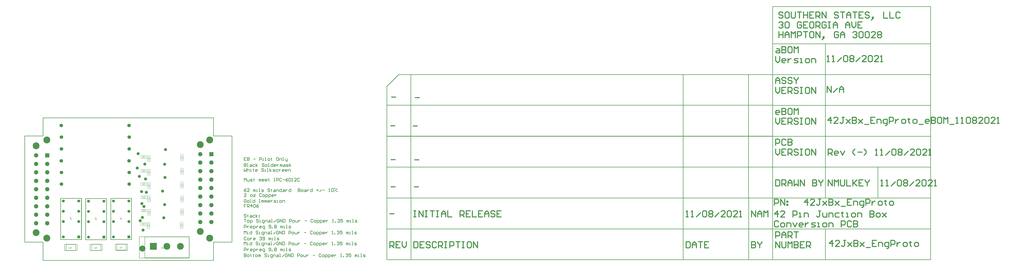
<source format=gbs>
G04*
G04 #@! TF.GenerationSoftware,Altium Limited,Altium Designer,18.1.11 (251)*
G04*
G04 Layer_Color=16711935*
%FSLAX25Y25*%
%MOIN*%
G70*
G01*
G75*
%ADD12C,0.00787*%
%ADD13C,0.01000*%
%ADD15C,0.02000*%
%ADD16C,0.00591*%
%ADD17C,0.00394*%
%ADD29C,0.06800*%
%ADD30C,0.08300*%
%ADD31R,0.08300X0.08300*%
%ADD32C,0.11811*%
%ADD33R,0.13189X0.13189*%
%ADD34C,0.13189*%
%ADD35C,0.05512*%
%ADD36R,0.05512X0.05512*%
%ADD37C,0.05800*%
%ADD38C,0.13300*%
%ADD39C,0.12800*%
G36*
X269272Y22813D02*
X268930D01*
X267608Y24791D01*
Y22813D01*
X267288D01*
Y25332D01*
X267632D01*
X268952Y23355D01*
Y25332D01*
X269272D01*
Y22813D01*
D02*
G37*
G36*
X270762Y25372D02*
X270790D01*
X270824Y25368D01*
X270864Y25364D01*
X270910Y25359D01*
X270957Y25353D01*
X271010Y25344D01*
X271063Y25333D01*
X271119Y25319D01*
X271174Y25304D01*
X271228Y25284D01*
X271283Y25262D01*
X271336Y25237D01*
X271385Y25208D01*
X271389Y25206D01*
X271396Y25201D01*
X271409Y25190D01*
X271427Y25177D01*
X271449Y25161D01*
X271472Y25139D01*
X271500Y25115D01*
X271529Y25086D01*
X271560Y25053D01*
X271591Y25019D01*
X271623Y24979D01*
X271656Y24937D01*
X271687Y24889D01*
X271718Y24840D01*
X271747Y24786D01*
X271773Y24729D01*
Y24727D01*
X271774Y24725D01*
X271778Y24715D01*
X271785Y24698D01*
X271793Y24675D01*
X271803Y24645D01*
X271814Y24611D01*
X271827Y24571D01*
X271838Y24527D01*
X271851Y24478D01*
X271864Y24425D01*
X271874Y24371D01*
X271885Y24311D01*
X271893Y24250D01*
X271900Y24187D01*
X271904Y24121D01*
X271905Y24054D01*
Y24052D01*
Y24048D01*
Y24043D01*
Y24036D01*
Y24027D01*
X271904Y24016D01*
Y23988D01*
X271900Y23954D01*
X271898Y23914D01*
X271893Y23868D01*
X271887Y23819D01*
X271878Y23768D01*
X271869Y23714D01*
X271856Y23655D01*
X271842Y23597D01*
X271825Y23539D01*
X271805Y23481D01*
X271782Y23424D01*
X271756Y23368D01*
X271754Y23364D01*
X271749Y23355D01*
X271740Y23340D01*
X271729Y23319D01*
X271712Y23295D01*
X271694Y23268D01*
X271671Y23235D01*
X271645Y23202D01*
X271618Y23168D01*
X271585Y23129D01*
X271551Y23093D01*
X271512Y23057D01*
X271470Y23020D01*
X271427Y22986D01*
X271379Y22953D01*
X271328Y22922D01*
X271325Y22920D01*
X271316Y22915D01*
X271301Y22907D01*
X271279Y22898D01*
X271254Y22885D01*
X271223Y22873D01*
X271187Y22860D01*
X271148Y22846D01*
X271105Y22831D01*
X271057Y22818D01*
X271006Y22804D01*
X270954Y22793D01*
X270897Y22784D01*
X270839Y22776D01*
X270779Y22771D01*
X270717Y22769D01*
X270691D01*
X270681Y22771D01*
X270653Y22773D01*
X270620Y22774D01*
X270584Y22780D01*
X270542Y22785D01*
X270495Y22793D01*
X270446Y22804D01*
X270395Y22816D01*
X270342Y22831D01*
X270289Y22851D01*
X270236Y22873D01*
X270182Y22898D01*
X270131Y22927D01*
X270082Y22962D01*
X270078Y22964D01*
X270071Y22971D01*
X270056Y22982D01*
X270040Y22998D01*
X270018Y23017D01*
X269994Y23042D01*
X269969Y23069D01*
X269940Y23102D01*
X269911Y23138D01*
X269880Y23178D01*
X269851Y23224D01*
X269822Y23271D01*
X269792Y23324D01*
X269767Y23381D01*
X269742Y23441D01*
X269722Y23504D01*
X270049Y23581D01*
X270051Y23577D01*
X270053Y23568D01*
X270058Y23555D01*
X270065Y23535D01*
X270075Y23513D01*
X270086Y23488D01*
X270100Y23459D01*
X270115Y23428D01*
X270131Y23395D01*
X270151Y23362D01*
X270171Y23330D01*
X270195Y23295D01*
X270220Y23264D01*
X270246Y23233D01*
X270275Y23206D01*
X270306Y23180D01*
X270307Y23178D01*
X270313Y23175D01*
X270322Y23169D01*
X270335Y23160D01*
X270351Y23151D01*
X270371Y23140D01*
X270395Y23129D01*
X270420Y23117D01*
X270449Y23106D01*
X270480Y23095D01*
X270515Y23084D01*
X270551Y23075D01*
X270591Y23066D01*
X270633Y23060D01*
X270677Y23057D01*
X270724Y23055D01*
X270752D01*
X270772Y23057D01*
X270797Y23058D01*
X270826Y23062D01*
X270859Y23066D01*
X270894Y23073D01*
X270932Y23080D01*
X270970Y23089D01*
X271010Y23100D01*
X271052Y23113D01*
X271092Y23129D01*
X271132Y23149D01*
X271172Y23169D01*
X271210Y23195D01*
X271212Y23197D01*
X271219Y23200D01*
X271228Y23210D01*
X271241Y23220D01*
X271257Y23235D01*
X271276Y23251D01*
X271296Y23271D01*
X271318Y23293D01*
X271339Y23319D01*
X271363Y23346D01*
X271385Y23377D01*
X271407Y23412D01*
X271429Y23446D01*
X271449Y23484D01*
X271467Y23524D01*
X271483Y23568D01*
Y23570D01*
X271487Y23579D01*
X271491Y23592D01*
X271496Y23608D01*
X271501Y23630D01*
X271509Y23655D01*
X271514Y23685D01*
X271521Y23717D01*
X271529Y23752D01*
X271536Y23790D01*
X271543Y23830D01*
X271549Y23872D01*
X271558Y23959D01*
X271560Y24005D01*
X271562Y24052D01*
Y24056D01*
Y24067D01*
Y24083D01*
X271560Y24107D01*
X271558Y24134D01*
X271556Y24167D01*
X271554Y24203D01*
X271551Y24241D01*
X271545Y24285D01*
X271540Y24331D01*
X271521Y24423D01*
X271512Y24473D01*
X271500Y24520D01*
X271485Y24567D01*
X271469Y24613D01*
X271467Y24614D01*
X271465Y24624D01*
X271460Y24634D01*
X271450Y24651D01*
X271441Y24671D01*
X271429Y24695D01*
X271414Y24720D01*
X271398Y24747D01*
X271378Y24775D01*
X271356Y24804D01*
X271332Y24835D01*
X271307Y24864D01*
X271278Y24893D01*
X271247Y24920D01*
X271214Y24946D01*
X271178Y24969D01*
X271176Y24971D01*
X271168Y24975D01*
X271157Y24980D01*
X271143Y24988D01*
X271125Y24997D01*
X271103Y25008D01*
X271077Y25017D01*
X271050Y25028D01*
X271019Y25040D01*
X270986Y25049D01*
X270950Y25060D01*
X270914Y25069D01*
X270873Y25077D01*
X270833Y25082D01*
X270792Y25086D01*
X270750Y25088D01*
X270737D01*
X270723Y25086D01*
X270702D01*
X270679Y25082D01*
X270652Y25079D01*
X270619Y25075D01*
X270586Y25068D01*
X270550Y25059D01*
X270511Y25048D01*
X270471Y25035D01*
X270431Y25020D01*
X270391Y25002D01*
X270351Y24980D01*
X270313Y24955D01*
X270275Y24928D01*
X270273Y24926D01*
X270266Y24920D01*
X270256Y24911D01*
X270244Y24897D01*
X270227Y24880D01*
X270209Y24860D01*
X270189Y24835D01*
X270169Y24807D01*
X270147Y24775D01*
X270126Y24740D01*
X270102Y24700D01*
X270082Y24656D01*
X270060Y24611D01*
X270042Y24560D01*
X270025Y24507D01*
X270011Y24449D01*
X269678Y24533D01*
Y24534D01*
X269680Y24538D01*
X269681Y24543D01*
X269683Y24551D01*
X269685Y24560D01*
X269689Y24573D01*
X269698Y24600D01*
X269710Y24634D01*
X269725Y24673D01*
X269743Y24716D01*
X269765Y24764D01*
X269789Y24815D01*
X269816Y24866D01*
X269847Y24917D01*
X269882Y24969D01*
X269920Y25020D01*
X269962Y25069D01*
X270007Y25115D01*
X270056Y25159D01*
X270060Y25161D01*
X270069Y25168D01*
X270084Y25179D01*
X270106Y25192D01*
X270131Y25208D01*
X270164Y25226D01*
X270200Y25246D01*
X270242Y25266D01*
X270287Y25286D01*
X270338Y25306D01*
X270393Y25324D01*
X270451Y25341D01*
X270515Y25353D01*
X270581Y25364D01*
X270650Y25372D01*
X270723Y25374D01*
X270750D01*
X270762Y25372D01*
D02*
G37*
G36*
X266891Y25330D02*
Y25326D01*
Y25321D01*
Y25313D01*
Y25302D01*
X266890Y25292D01*
X266888Y25262D01*
X266884Y25232D01*
X266879Y25195D01*
X266869Y25157D01*
X266857Y25119D01*
Y25117D01*
X266853Y25111D01*
X266849Y25102D01*
X266844Y25089D01*
X266839Y25073D01*
X266829Y25055D01*
X266819Y25035D01*
X266808Y25013D01*
X266795Y24988D01*
X266778Y24962D01*
X266744Y24906D01*
X266702Y24846D01*
X266653Y24784D01*
X266651Y24782D01*
X266646Y24777D01*
X266638Y24767D01*
X266628Y24755D01*
X266613Y24738D01*
X266595Y24720D01*
X266575Y24698D01*
X266549Y24675D01*
X266522Y24647D01*
X266493Y24618D01*
X266460Y24587D01*
X266424Y24553D01*
X266384Y24518D01*
X266342Y24482D01*
X266296Y24443D01*
X266249Y24403D01*
X266247Y24402D01*
X266243Y24400D01*
X266238Y24394D01*
X266231Y24389D01*
X266222Y24380D01*
X266211Y24371D01*
X266183Y24347D01*
X266149Y24320D01*
X266112Y24285D01*
X266071Y24249D01*
X266027Y24209D01*
X265980Y24167D01*
X265934Y24123D01*
X265887Y24079D01*
X265843Y24034D01*
X265799Y23990D01*
X265761Y23948D01*
X265725Y23907D01*
X265696Y23868D01*
X265694Y23866D01*
X265690Y23859D01*
X265683Y23848D01*
X265672Y23836D01*
X265661Y23817D01*
X265650Y23797D01*
X265636Y23774D01*
X265623Y23748D01*
X265610Y23721D01*
X265596Y23692D01*
X265572Y23628D01*
X265563Y23595D01*
X265556Y23563D01*
X265552Y23530D01*
X265550Y23497D01*
Y23495D01*
Y23488D01*
Y23479D01*
X265552Y23466D01*
X265554Y23450D01*
X265557Y23431D01*
X265561Y23412D01*
X265566Y23390D01*
X265574Y23366D01*
X265583Y23340D01*
X265594Y23315D01*
X265606Y23290D01*
X265621Y23262D01*
X265639Y23237D01*
X265659Y23211D01*
X265683Y23188D01*
X265685Y23186D01*
X265688Y23182D01*
X265696Y23177D01*
X265706Y23168D01*
X265719Y23158D01*
X265736Y23148D01*
X265754Y23135D01*
X265774Y23124D01*
X265797Y23111D01*
X265823Y23100D01*
X265852Y23089D01*
X265881Y23080D01*
X265914Y23071D01*
X265949Y23066D01*
X265985Y23062D01*
X266023Y23060D01*
X266045D01*
X266060Y23062D01*
X266080Y23064D01*
X266102Y23067D01*
X266125Y23071D01*
X266152Y23077D01*
X266180Y23084D01*
X266209Y23093D01*
X266238Y23104D01*
X266269Y23117D01*
X266298Y23133D01*
X266327Y23151D01*
X266356Y23171D01*
X266382Y23195D01*
X266384Y23197D01*
X266387Y23200D01*
X266394Y23210D01*
X266402Y23219D01*
X266413Y23233D01*
X266424Y23249D01*
X266436Y23269D01*
X266447Y23291D01*
X266460Y23315D01*
X266473Y23344D01*
X266484Y23373D01*
X266495Y23406D01*
X266502Y23442D01*
X266509Y23481D01*
X266513Y23521D01*
X266515Y23564D01*
X266833Y23532D01*
Y23530D01*
Y23528D01*
X266831Y23523D01*
Y23515D01*
X266829Y23497D01*
X266824Y23473D01*
X266819Y23444D01*
X266811Y23410D01*
X266802Y23371D01*
X266791Y23331D01*
X266777Y23288D01*
X266760Y23244D01*
X266740Y23199D01*
X266717Y23153D01*
X266691Y23109D01*
X266660Y23067D01*
X266628Y23028D01*
X266589Y22991D01*
X266587Y22989D01*
X266580Y22984D01*
X266567Y22973D01*
X266551Y22962D01*
X266529Y22947D01*
X266504Y22931D01*
X266473Y22915D01*
X266438Y22896D01*
X266398Y22880D01*
X266356Y22864D01*
X266309Y22847D01*
X266258Y22833D01*
X266203Y22820D01*
X266145Y22811D01*
X266083Y22805D01*
X266018Y22804D01*
X266001D01*
X265983Y22805D01*
X265958Y22807D01*
X265927Y22809D01*
X265892Y22815D01*
X265852Y22820D01*
X265810Y22829D01*
X265765Y22840D01*
X265719Y22853D01*
X265670Y22869D01*
X265623Y22889D01*
X265576Y22913D01*
X265530Y22938D01*
X265486Y22969D01*
X265444Y23006D01*
X265443Y23008D01*
X265435Y23015D01*
X265424Y23026D01*
X265412Y23042D01*
X265395Y23060D01*
X265377Y23084D01*
X265357Y23111D01*
X265337Y23142D01*
X265319Y23177D01*
X265299Y23215D01*
X265281Y23257D01*
X265264Y23301D01*
X265251Y23348D01*
X265241Y23397D01*
X265233Y23450D01*
X265231Y23504D01*
Y23506D01*
Y23512D01*
Y23519D01*
Y23530D01*
X265233Y23544D01*
X265235Y23559D01*
X265237Y23577D01*
X265239Y23597D01*
X265246Y23643D01*
X265257Y23694D01*
X265273Y23746D01*
X265293Y23801D01*
Y23803D01*
X265297Y23808D01*
X265301Y23816D01*
X265306Y23826D01*
X265312Y23839D01*
X265321Y23856D01*
X265330Y23874D01*
X265342Y23894D01*
X265355Y23916D01*
X265370Y23939D01*
X265406Y23992D01*
X265426Y24019D01*
X265448Y24048D01*
X265474Y24078D01*
X265499Y24109D01*
X265501Y24110D01*
X265506Y24116D01*
X265514Y24125D01*
X265526Y24138D01*
X265543Y24154D01*
X265563Y24174D01*
X265585Y24198D01*
X265612Y24225D01*
X265643Y24254D01*
X265679Y24287D01*
X265718Y24323D01*
X265761Y24363D01*
X265809Y24405D01*
X265859Y24451D01*
X265916Y24500D01*
X265976Y24551D01*
X265980Y24553D01*
X265989Y24562D01*
X266001Y24573D01*
X266020Y24589D01*
X266043Y24607D01*
X266067Y24629D01*
X266094Y24653D01*
X266123Y24678D01*
X266185Y24731D01*
X266214Y24758D01*
X266243Y24784D01*
X266271Y24809D01*
X266294Y24831D01*
X266316Y24851D01*
X266333Y24869D01*
X266336Y24873D01*
X266345Y24884D01*
X266360Y24900D01*
X266378Y24920D01*
X266398Y24946D01*
X266420Y24973D01*
X266442Y25004D01*
X266462Y25035D01*
X265228D01*
Y25332D01*
X266891D01*
Y25330D01*
D02*
G37*
G36*
X188500Y23181D02*
X187584D01*
X187561Y23183D01*
X187532D01*
X187501Y23185D01*
X187466D01*
X187393Y23190D01*
X187319Y23196D01*
X187282Y23201D01*
X187248Y23205D01*
X187215Y23210D01*
X187184Y23217D01*
X187182D01*
X187175Y23219D01*
X187164Y23223D01*
X187148Y23227D01*
X187129Y23234D01*
X187108Y23241D01*
X187084Y23248D01*
X187057Y23259D01*
X187000Y23283D01*
X186938Y23316D01*
X186877Y23352D01*
X186846Y23374D01*
X186817Y23398D01*
X186815Y23400D01*
X186807Y23405D01*
X186796Y23416D01*
X186784Y23429D01*
X186767Y23445D01*
X186747Y23465D01*
X186727Y23489D01*
X186704Y23514D01*
X186680Y23545D01*
X186656Y23578D01*
X186631Y23613D01*
X186605Y23651D01*
X186582Y23693D01*
X186560Y23734D01*
X186538Y23782D01*
X186518Y23829D01*
X186516Y23833D01*
X186514Y23842D01*
X186509Y23855D01*
X186502Y23875D01*
X186494Y23900D01*
X186487Y23929D01*
X186478Y23964D01*
X186467Y24002D01*
X186458Y24044D01*
X186449Y24091D01*
X186442Y24140D01*
X186434Y24193D01*
X186427Y24248D01*
X186422Y24306D01*
X186420Y24366D01*
X186418Y24428D01*
Y24431D01*
Y24441D01*
Y24455D01*
X186420Y24477D01*
Y24501D01*
X186422Y24530D01*
X186423Y24563D01*
X186427Y24599D01*
X186431Y24637D01*
X186434Y24679D01*
X186447Y24765D01*
X186463Y24852D01*
X186485Y24937D01*
Y24939D01*
X186489Y24947D01*
X186493Y24959D01*
X186498Y24974D01*
X186504Y24992D01*
X186513Y25014D01*
X186522Y25039D01*
X186533Y25065D01*
X186556Y25123D01*
X186587Y25185D01*
X186620Y25245D01*
X186658Y25303D01*
X186660Y25305D01*
X186664Y25309D01*
X186669Y25318D01*
X186676Y25327D01*
X186686Y25340D01*
X186698Y25354D01*
X186725Y25387D01*
X186760Y25423D01*
X186798Y25462D01*
X186842Y25498D01*
X186888Y25533D01*
X186889D01*
X186893Y25536D01*
X186900Y25540D01*
X186909Y25545D01*
X186922Y25553D01*
X186937Y25560D01*
X186953Y25569D01*
X186971Y25578D01*
X186993Y25589D01*
X187015Y25600D01*
X187040Y25609D01*
X187066Y25620D01*
X187124Y25640D01*
X187188Y25658D01*
X187190D01*
X187195Y25660D01*
X187206Y25662D01*
X187219Y25665D01*
X187235Y25667D01*
X187255Y25671D01*
X187279Y25675D01*
X187304Y25678D01*
X187333Y25684D01*
X187364Y25687D01*
X187397Y25691D01*
X187434Y25693D01*
X187470Y25696D01*
X187510Y25698D01*
X187592Y25700D01*
X188500D01*
Y23181D01*
D02*
G37*
G36*
X185230Y23731D02*
X185231Y23733D01*
X185235Y23736D01*
X185240Y23742D01*
X185249Y23749D01*
X185260Y23758D01*
X185275Y23771D01*
X185291Y23784D01*
X185308Y23798D01*
X185330Y23813D01*
X185351Y23831D01*
X185375Y23847D01*
X185400Y23867D01*
X185430Y23886D01*
X185459Y23905D01*
X185524Y23945D01*
X185526Y23947D01*
X185532Y23951D01*
X185543Y23956D01*
X185555Y23962D01*
X185570Y23971D01*
X185588Y23982D01*
X185610Y23993D01*
X185632Y24006D01*
X185683Y24031D01*
X185737Y24057D01*
X185794Y24082D01*
X185848Y24104D01*
Y23805D01*
X185845Y23804D01*
X185837Y23800D01*
X185823Y23793D01*
X185805Y23784D01*
X185783Y23773D01*
X185755Y23758D01*
X185726Y23742D01*
X185695Y23723D01*
X185661Y23702D01*
X185624Y23680D01*
X185548Y23629D01*
X185470Y23572D01*
X185395Y23510D01*
X185393Y23509D01*
X185386Y23503D01*
X185377Y23494D01*
X185364Y23481D01*
X185348Y23465D01*
X185330Y23447D01*
X185310Y23425D01*
X185288Y23403D01*
X185266Y23378D01*
X185242Y23350D01*
X185197Y23294D01*
X185155Y23234D01*
X185137Y23203D01*
X185120Y23172D01*
X184920D01*
Y25700D01*
X185230D01*
Y23731D01*
D02*
G37*
G36*
X188000Y83789D02*
X186031D01*
X186033Y83787D01*
X186036Y83783D01*
X186042Y83778D01*
X186049Y83768D01*
X186058Y83758D01*
X186071Y83743D01*
X186083Y83727D01*
X186098Y83710D01*
X186113Y83688D01*
X186131Y83667D01*
X186147Y83643D01*
X186167Y83618D01*
X186186Y83588D01*
X186205Y83559D01*
X186246Y83494D01*
X186247Y83492D01*
X186251Y83486D01*
X186256Y83476D01*
X186262Y83463D01*
X186271Y83448D01*
X186282Y83430D01*
X186293Y83408D01*
X186306Y83386D01*
X186331Y83335D01*
X186356Y83281D01*
X186382Y83224D01*
X186404Y83170D01*
X186105D01*
X186104Y83173D01*
X186100Y83181D01*
X186093Y83195D01*
X186083Y83213D01*
X186073Y83235D01*
X186058Y83263D01*
X186042Y83292D01*
X186023Y83323D01*
X186002Y83357D01*
X185980Y83394D01*
X185929Y83470D01*
X185872Y83548D01*
X185810Y83623D01*
X185809Y83625D01*
X185803Y83632D01*
X185794Y83641D01*
X185781Y83654D01*
X185765Y83670D01*
X185747Y83688D01*
X185725Y83709D01*
X185703Y83730D01*
X185678Y83752D01*
X185650Y83776D01*
X185594Y83821D01*
X185534Y83863D01*
X185503Y83881D01*
X185472Y83898D01*
Y84098D01*
X188000D01*
Y83789D01*
D02*
G37*
G36*
Y82342D02*
X186730Y81444D01*
X187126Y81033D01*
X188000D01*
Y80700D01*
X185481D01*
Y81033D01*
X186732D01*
X185481Y82283D01*
Y82737D01*
X186504Y81677D01*
X188000Y82782D01*
Y82342D01*
D02*
G37*
G36*
X139250Y22681D02*
X138335D01*
X138311Y22683D01*
X138282D01*
X138251Y22685D01*
X138216D01*
X138143Y22690D01*
X138069Y22696D01*
X138032Y22701D01*
X137998Y22705D01*
X137965Y22710D01*
X137934Y22717D01*
X137932D01*
X137925Y22719D01*
X137914Y22723D01*
X137898Y22727D01*
X137880Y22734D01*
X137858Y22741D01*
X137834Y22749D01*
X137807Y22759D01*
X137750Y22783D01*
X137688Y22816D01*
X137627Y22852D01*
X137596Y22874D01*
X137566Y22898D01*
X137565Y22899D01*
X137557Y22905D01*
X137547Y22916D01*
X137534Y22929D01*
X137517Y22945D01*
X137497Y22965D01*
X137477Y22989D01*
X137454Y23014D01*
X137430Y23045D01*
X137406Y23078D01*
X137381Y23112D01*
X137355Y23151D01*
X137332Y23192D01*
X137310Y23234D01*
X137288Y23282D01*
X137268Y23329D01*
X137266Y23333D01*
X137264Y23342D01*
X137259Y23355D01*
X137252Y23374D01*
X137244Y23400D01*
X137237Y23429D01*
X137228Y23464D01*
X137217Y23502D01*
X137208Y23544D01*
X137199Y23591D01*
X137192Y23640D01*
X137184Y23693D01*
X137177Y23748D01*
X137172Y23806D01*
X137170Y23866D01*
X137168Y23928D01*
Y23932D01*
Y23941D01*
Y23955D01*
X137170Y23977D01*
Y24001D01*
X137172Y24030D01*
X137173Y24062D01*
X137177Y24099D01*
X137181Y24137D01*
X137184Y24179D01*
X137197Y24264D01*
X137213Y24352D01*
X137235Y24437D01*
Y24439D01*
X137239Y24446D01*
X137242Y24459D01*
X137248Y24474D01*
X137253Y24492D01*
X137263Y24514D01*
X137272Y24539D01*
X137283Y24565D01*
X137306Y24623D01*
X137337Y24685D01*
X137370Y24745D01*
X137408Y24803D01*
X137410Y24805D01*
X137414Y24809D01*
X137419Y24818D01*
X137426Y24827D01*
X137435Y24840D01*
X137448Y24854D01*
X137476Y24887D01*
X137510Y24923D01*
X137548Y24962D01*
X137592Y24998D01*
X137637Y25033D01*
X137639D01*
X137643Y25036D01*
X137650Y25040D01*
X137659Y25045D01*
X137672Y25053D01*
X137687Y25060D01*
X137703Y25069D01*
X137721Y25078D01*
X137743Y25089D01*
X137765Y25100D01*
X137790Y25109D01*
X137816Y25120D01*
X137874Y25140D01*
X137938Y25158D01*
X137940D01*
X137945Y25160D01*
X137956Y25162D01*
X137969Y25165D01*
X137985Y25167D01*
X138005Y25171D01*
X138029Y25174D01*
X138054Y25178D01*
X138083Y25184D01*
X138114Y25187D01*
X138147Y25191D01*
X138183Y25193D01*
X138220Y25196D01*
X138260Y25198D01*
X138342Y25200D01*
X139250D01*
Y22681D01*
D02*
G37*
G36*
X136873Y25198D02*
Y25194D01*
Y25189D01*
Y25182D01*
Y25171D01*
X136871Y25160D01*
X136869Y25131D01*
X136866Y25100D01*
X136860Y25063D01*
X136851Y25025D01*
X136838Y24987D01*
Y24985D01*
X136835Y24980D01*
X136831Y24971D01*
X136826Y24958D01*
X136820Y24942D01*
X136811Y24923D01*
X136800Y24903D01*
X136789Y24882D01*
X136777Y24856D01*
X136760Y24830D01*
X136726Y24774D01*
X136684Y24714D01*
X136635Y24652D01*
X136633Y24650D01*
X136627Y24645D01*
X136620Y24636D01*
X136609Y24623D01*
X136595Y24607D01*
X136576Y24588D01*
X136556Y24567D01*
X136531Y24543D01*
X136504Y24516D01*
X136475Y24487D01*
X136442Y24456D01*
X136405Y24421D01*
X136365Y24386D01*
X136323Y24350D01*
X136278Y24312D01*
X136231Y24272D01*
X136229Y24270D01*
X136225Y24268D01*
X136220Y24263D01*
X136212Y24257D01*
X136203Y24248D01*
X136192Y24239D01*
X136165Y24215D01*
X136130Y24188D01*
X136094Y24153D01*
X136052Y24117D01*
X136009Y24077D01*
X135961Y24035D01*
X135916Y23991D01*
X135868Y23948D01*
X135825Y23902D01*
X135781Y23859D01*
X135743Y23817D01*
X135706Y23775D01*
X135677Y23737D01*
X135676Y23735D01*
X135672Y23728D01*
X135665Y23717D01*
X135654Y23704D01*
X135643Y23686D01*
X135632Y23666D01*
X135617Y23642D01*
X135605Y23617D01*
X135592Y23589D01*
X135577Y23560D01*
X135554Y23496D01*
X135545Y23464D01*
X135537Y23431D01*
X135534Y23398D01*
X135532Y23365D01*
Y23364D01*
Y23356D01*
Y23347D01*
X135534Y23335D01*
X135535Y23318D01*
X135539Y23300D01*
X135543Y23280D01*
X135548Y23258D01*
X135555Y23234D01*
X135564Y23209D01*
X135575Y23183D01*
X135588Y23158D01*
X135603Y23131D01*
X135621Y23105D01*
X135641Y23080D01*
X135665Y23056D01*
X135666Y23054D01*
X135670Y23051D01*
X135677Y23045D01*
X135688Y23036D01*
X135701Y23027D01*
X135717Y23016D01*
X135736Y23003D01*
X135756Y22992D01*
X135779Y22980D01*
X135805Y22969D01*
X135834Y22958D01*
X135863Y22949D01*
X135896Y22940D01*
X135930Y22934D01*
X135967Y22930D01*
X136005Y22929D01*
X136027D01*
X136041Y22930D01*
X136061Y22932D01*
X136083Y22936D01*
X136107Y22940D01*
X136134Y22945D01*
X136161Y22952D01*
X136191Y22961D01*
X136220Y22972D01*
X136251Y22985D01*
X136280Y23001D01*
X136309Y23020D01*
X136338Y23040D01*
X136363Y23063D01*
X136365Y23065D01*
X136369Y23069D01*
X136376Y23078D01*
X136383Y23087D01*
X136394Y23101D01*
X136405Y23118D01*
X136418Y23138D01*
X136429Y23160D01*
X136442Y23183D01*
X136454Y23213D01*
X136465Y23242D01*
X136476Y23274D01*
X136484Y23311D01*
X136491Y23349D01*
X136495Y23389D01*
X136496Y23433D01*
X136815Y23400D01*
Y23398D01*
Y23396D01*
X136813Y23391D01*
Y23384D01*
X136811Y23365D01*
X136806Y23342D01*
X136800Y23313D01*
X136793Y23278D01*
X136784Y23240D01*
X136773Y23200D01*
X136758Y23156D01*
X136742Y23112D01*
X136722Y23067D01*
X136698Y23021D01*
X136673Y22978D01*
X136642Y22936D01*
X136609Y22896D01*
X136571Y22860D01*
X136569Y22858D01*
X136562Y22852D01*
X136549Y22841D01*
X136533Y22830D01*
X136511Y22816D01*
X136485Y22799D01*
X136454Y22783D01*
X136420Y22765D01*
X136380Y22749D01*
X136338Y22732D01*
X136291Y22716D01*
X136240Y22701D01*
X136185Y22688D01*
X136127Y22679D01*
X136065Y22674D01*
X136000Y22672D01*
X135983D01*
X135965Y22674D01*
X135939Y22676D01*
X135908Y22678D01*
X135874Y22683D01*
X135834Y22688D01*
X135792Y22697D01*
X135747Y22708D01*
X135701Y22721D01*
X135652Y22738D01*
X135605Y22758D01*
X135557Y22781D01*
X135512Y22807D01*
X135468Y22838D01*
X135426Y22874D01*
X135424Y22876D01*
X135417Y22883D01*
X135406Y22894D01*
X135393Y22910D01*
X135377Y22929D01*
X135359Y22952D01*
X135339Y22980D01*
X135319Y23010D01*
X135301Y23045D01*
X135281Y23083D01*
X135262Y23125D01*
X135246Y23169D01*
X135233Y23216D01*
X135222Y23265D01*
X135215Y23318D01*
X135213Y23373D01*
Y23374D01*
Y23380D01*
Y23387D01*
Y23398D01*
X135215Y23413D01*
X135217Y23427D01*
X135219Y23446D01*
X135221Y23465D01*
X135228Y23511D01*
X135239Y23562D01*
X135255Y23615D01*
X135275Y23669D01*
Y23671D01*
X135279Y23677D01*
X135282Y23684D01*
X135288Y23695D01*
X135293Y23708D01*
X135302Y23724D01*
X135311Y23742D01*
X135324Y23762D01*
X135337Y23784D01*
X135352Y23808D01*
X135388Y23860D01*
X135408Y23888D01*
X135430Y23917D01*
X135455Y23946D01*
X135481Y23977D01*
X135483Y23979D01*
X135488Y23984D01*
X135495Y23993D01*
X135508Y24006D01*
X135524Y24023D01*
X135545Y24043D01*
X135566Y24066D01*
X135594Y24093D01*
X135625Y24123D01*
X135661Y24155D01*
X135699Y24192D01*
X135743Y24232D01*
X135790Y24274D01*
X135841Y24319D01*
X135898Y24368D01*
X135958Y24419D01*
X135961Y24421D01*
X135970Y24430D01*
X135983Y24441D01*
X136001Y24457D01*
X136025Y24476D01*
X136049Y24498D01*
X136076Y24521D01*
X136105Y24547D01*
X136167Y24599D01*
X136196Y24627D01*
X136225Y24652D01*
X136252Y24678D01*
X136276Y24700D01*
X136298Y24720D01*
X136314Y24738D01*
X136318Y24741D01*
X136327Y24752D01*
X136342Y24769D01*
X136360Y24789D01*
X136380Y24814D01*
X136402Y24841D01*
X136424Y24872D01*
X136444Y24903D01*
X135210D01*
Y25200D01*
X136873D01*
Y25198D01*
D02*
G37*
G36*
X139188Y82643D02*
X139186D01*
X139182D01*
X139177D01*
X139169D01*
X139158D01*
X139147Y82645D01*
X139118Y82647D01*
X139087Y82650D01*
X139051Y82656D01*
X139013Y82665D01*
X138975Y82678D01*
X138973D01*
X138967Y82681D01*
X138958Y82685D01*
X138945Y82690D01*
X138929Y82696D01*
X138911Y82705D01*
X138891Y82716D01*
X138869Y82727D01*
X138844Y82739D01*
X138818Y82756D01*
X138762Y82790D01*
X138702Y82832D01*
X138640Y82881D01*
X138638Y82883D01*
X138632Y82889D01*
X138623Y82896D01*
X138611Y82907D01*
X138594Y82921D01*
X138576Y82940D01*
X138554Y82960D01*
X138531Y82985D01*
X138503Y83012D01*
X138474Y83042D01*
X138443Y83074D01*
X138409Y83111D01*
X138374Y83151D01*
X138338Y83193D01*
X138299Y83238D01*
X138259Y83285D01*
X138258Y83287D01*
X138256Y83291D01*
X138250Y83296D01*
X138245Y83304D01*
X138236Y83313D01*
X138226Y83324D01*
X138203Y83351D01*
X138176Y83385D01*
X138141Y83422D01*
X138105Y83464D01*
X138065Y83507D01*
X138023Y83555D01*
X137979Y83600D01*
X137935Y83648D01*
X137890Y83691D01*
X137846Y83735D01*
X137804Y83773D01*
X137762Y83810D01*
X137724Y83839D01*
X137722Y83841D01*
X137715Y83844D01*
X137704Y83851D01*
X137691Y83862D01*
X137673Y83873D01*
X137653Y83884D01*
X137630Y83899D01*
X137604Y83912D01*
X137577Y83924D01*
X137548Y83939D01*
X137484Y83963D01*
X137451Y83972D01*
X137418Y83979D01*
X137386Y83982D01*
X137353Y83984D01*
X137351D01*
X137344D01*
X137335D01*
X137322Y83982D01*
X137306Y83981D01*
X137287Y83977D01*
X137267Y83973D01*
X137246Y83968D01*
X137222Y83961D01*
X137196Y83951D01*
X137171Y83941D01*
X137145Y83928D01*
X137118Y83913D01*
X137093Y83895D01*
X137067Y83875D01*
X137043Y83851D01*
X137042Y83850D01*
X137038Y83846D01*
X137033Y83839D01*
X137023Y83828D01*
X137014Y83815D01*
X137004Y83799D01*
X136991Y83780D01*
X136980Y83760D01*
X136967Y83737D01*
X136956Y83711D01*
X136945Y83682D01*
X136936Y83653D01*
X136927Y83620D01*
X136922Y83586D01*
X136918Y83549D01*
X136916Y83511D01*
Y83489D01*
X136918Y83475D01*
X136920Y83455D01*
X136923Y83433D01*
X136927Y83409D01*
X136933Y83382D01*
X136940Y83355D01*
X136949Y83325D01*
X136960Y83296D01*
X136973Y83265D01*
X136989Y83236D01*
X137007Y83207D01*
X137027Y83178D01*
X137051Y83153D01*
X137053Y83151D01*
X137056Y83147D01*
X137065Y83140D01*
X137074Y83132D01*
X137089Y83122D01*
X137105Y83111D01*
X137125Y83098D01*
X137147Y83087D01*
X137171Y83074D01*
X137200Y83061D01*
X137229Y83051D01*
X137262Y83040D01*
X137298Y83032D01*
X137337Y83025D01*
X137377Y83021D01*
X137420Y83020D01*
X137388Y82701D01*
X137386D01*
X137384D01*
X137378Y82703D01*
X137371D01*
X137353Y82705D01*
X137329Y82710D01*
X137300Y82716D01*
X137266Y82723D01*
X137227Y82732D01*
X137187Y82743D01*
X137144Y82758D01*
X137100Y82774D01*
X137055Y82794D01*
X137009Y82818D01*
X136965Y82843D01*
X136923Y82874D01*
X136883Y82907D01*
X136847Y82945D01*
X136845Y82947D01*
X136840Y82954D01*
X136829Y82967D01*
X136818Y82983D01*
X136803Y83005D01*
X136787Y83031D01*
X136770Y83061D01*
X136752Y83096D01*
X136736Y83136D01*
X136720Y83178D01*
X136703Y83225D01*
X136689Y83276D01*
X136676Y83331D01*
X136667Y83389D01*
X136661Y83451D01*
X136660Y83517D01*
Y83533D01*
X136661Y83551D01*
X136663Y83577D01*
X136665Y83608D01*
X136670Y83642D01*
X136676Y83682D01*
X136685Y83724D01*
X136696Y83770D01*
X136709Y83815D01*
X136725Y83864D01*
X136745Y83912D01*
X136769Y83959D01*
X136794Y84004D01*
X136825Y84048D01*
X136862Y84090D01*
X136863Y84092D01*
X136871Y84099D01*
X136882Y84110D01*
X136898Y84123D01*
X136916Y84139D01*
X136940Y84157D01*
X136967Y84177D01*
X136998Y84197D01*
X137033Y84215D01*
X137071Y84236D01*
X137113Y84254D01*
X137156Y84270D01*
X137204Y84283D01*
X137253Y84294D01*
X137306Y84301D01*
X137360Y84303D01*
X137362D01*
X137367D01*
X137375D01*
X137386D01*
X137400Y84301D01*
X137415Y84299D01*
X137433Y84297D01*
X137453Y84295D01*
X137498Y84288D01*
X137549Y84277D01*
X137602Y84261D01*
X137657Y84241D01*
X137659D01*
X137664Y84237D01*
X137671Y84234D01*
X137682Y84228D01*
X137695Y84223D01*
X137712Y84214D01*
X137730Y84205D01*
X137750Y84192D01*
X137771Y84179D01*
X137795Y84165D01*
X137848Y84128D01*
X137875Y84108D01*
X137904Y84086D01*
X137934Y84061D01*
X137964Y84035D01*
X137966Y84033D01*
X137972Y84028D01*
X137981Y84021D01*
X137994Y84008D01*
X138010Y83992D01*
X138030Y83972D01*
X138054Y83950D01*
X138081Y83922D01*
X138110Y83891D01*
X138143Y83855D01*
X138179Y83817D01*
X138219Y83773D01*
X138261Y83726D01*
X138307Y83675D01*
X138356Y83618D01*
X138407Y83558D01*
X138409Y83555D01*
X138418Y83546D01*
X138429Y83533D01*
X138445Y83515D01*
X138463Y83491D01*
X138485Y83467D01*
X138509Y83440D01*
X138534Y83411D01*
X138587Y83349D01*
X138614Y83320D01*
X138640Y83291D01*
X138665Y83264D01*
X138687Y83240D01*
X138707Y83218D01*
X138725Y83202D01*
X138729Y83198D01*
X138740Y83189D01*
X138756Y83174D01*
X138776Y83156D01*
X138802Y83136D01*
X138829Y83114D01*
X138860Y83092D01*
X138891Y83073D01*
Y84306D01*
X139188D01*
Y82643D01*
D02*
G37*
G36*
Y82090D02*
X137917Y81192D01*
X138314Y80781D01*
X139188D01*
Y80448D01*
X136669D01*
Y80781D01*
X137919D01*
X136669Y82031D01*
Y82485D01*
X137691Y81425D01*
X139188Y82530D01*
Y82090D01*
D02*
G37*
G36*
X86817Y25244D02*
X86839Y25242D01*
X86868Y25240D01*
X86901Y25235D01*
X86937Y25229D01*
X86977Y25220D01*
X87019Y25211D01*
X87064Y25198D01*
X87110Y25182D01*
X87157Y25162D01*
X87203Y25140D01*
X87248Y25115D01*
X87294Y25084D01*
X87335Y25049D01*
X87337Y25047D01*
X87345Y25040D01*
X87356Y25029D01*
X87370Y25012D01*
X87387Y24993D01*
X87406Y24969D01*
X87427Y24942D01*
X87448Y24911D01*
X87470Y24876D01*
X87492Y24836D01*
X87512Y24794D01*
X87532Y24749D01*
X87549Y24700D01*
X87565Y24648D01*
X87576Y24594D01*
X87583Y24536D01*
X87274Y24494D01*
Y24498D01*
X87272Y24505D01*
X87268Y24519D01*
X87263Y24538D01*
X87257Y24559D01*
X87250Y24583D01*
X87241Y24610D01*
X87232Y24639D01*
X87206Y24703D01*
X87175Y24765D01*
X87157Y24796D01*
X87137Y24825D01*
X87117Y24851D01*
X87094Y24874D01*
X87092Y24876D01*
X87088Y24880D01*
X87081Y24885D01*
X87070Y24892D01*
X87059Y24902D01*
X87042Y24911D01*
X87026Y24922D01*
X87006Y24931D01*
X86984Y24942D01*
X86961Y24952D01*
X86935Y24962D01*
X86908Y24971D01*
X86879Y24978D01*
X86848Y24983D01*
X86817Y24987D01*
X86782Y24989D01*
X86773D01*
X86760Y24987D01*
X86746D01*
X86726Y24983D01*
X86704Y24982D01*
X86680Y24976D01*
X86653Y24971D01*
X86626Y24962D01*
X86595Y24952D01*
X86564Y24940D01*
X86533Y24925D01*
X86502Y24907D01*
X86471Y24887D01*
X86442Y24865D01*
X86413Y24838D01*
X86411Y24836D01*
X86405Y24830D01*
X86398Y24823D01*
X86389Y24811D01*
X86378Y24796D01*
X86365Y24778D01*
X86351Y24758D01*
X86336Y24734D01*
X86324Y24709D01*
X86309Y24679D01*
X86296Y24650D01*
X86285Y24616D01*
X86276Y24581D01*
X86269Y24545D01*
X86264Y24505D01*
X86262Y24465D01*
Y24463D01*
Y24456D01*
Y24445D01*
X86264Y24428D01*
X86265Y24412D01*
X86269Y24390D01*
X86273Y24366D01*
X86280Y24341D01*
X86287Y24314D01*
X86296Y24284D01*
X86307Y24255D01*
X86320Y24226D01*
X86336Y24197D01*
X86356Y24168D01*
X86376Y24141D01*
X86402Y24114D01*
X86404Y24112D01*
X86407Y24108D01*
X86416Y24101D01*
X86427Y24092D01*
X86440Y24081D01*
X86457Y24070D01*
X86476Y24057D01*
X86498Y24044D01*
X86522Y24032D01*
X86549Y24019D01*
X86578Y24008D01*
X86609Y23997D01*
X86642Y23988D01*
X86678Y23981D01*
X86715Y23977D01*
X86755Y23975D01*
X86771D01*
X86790Y23977D01*
X86815Y23979D01*
X86848Y23982D01*
X86884Y23990D01*
X86926Y23997D01*
X86973Y24008D01*
X86939Y23737D01*
X86933D01*
X86928Y23739D01*
X86921D01*
X86904Y23740D01*
X86870D01*
X86857Y23739D01*
X86839Y23737D01*
X86819Y23735D01*
X86797Y23731D01*
X86771Y23728D01*
X86744Y23722D01*
X86717Y23715D01*
X86657Y23697D01*
X86626Y23686D01*
X86595Y23671D01*
X86564Y23657D01*
X86535Y23638D01*
X86533Y23637D01*
X86527Y23633D01*
X86520Y23628D01*
X86509Y23618D01*
X86498Y23607D01*
X86484Y23595D01*
X86471Y23578D01*
X86455Y23560D01*
X86440Y23538D01*
X86426Y23515D01*
X86413Y23489D01*
X86402Y23460D01*
X86391Y23429D01*
X86384Y23395D01*
X86378Y23358D01*
X86376Y23320D01*
Y23318D01*
Y23313D01*
Y23304D01*
X86378Y23291D01*
X86380Y23278D01*
X86382Y23260D01*
X86386Y23242D01*
X86391Y23222D01*
X86405Y23178D01*
X86415Y23154D01*
X86426Y23131D01*
X86438Y23107D01*
X86455Y23083D01*
X86473Y23062D01*
X86493Y23040D01*
X86495Y23038D01*
X86498Y23034D01*
X86504Y23029D01*
X86513Y23021D01*
X86526Y23014D01*
X86538Y23003D01*
X86555Y22994D01*
X86573Y22983D01*
X86593Y22972D01*
X86615Y22963D01*
X86640Y22952D01*
X86666Y22945D01*
X86695Y22938D01*
X86724Y22932D01*
X86757Y22929D01*
X86790Y22927D01*
X86808D01*
X86819Y22929D01*
X86835Y22930D01*
X86853Y22932D01*
X86873Y22936D01*
X86895Y22941D01*
X86942Y22954D01*
X86966Y22963D01*
X86992Y22976D01*
X87017Y22989D01*
X87042Y23003D01*
X87066Y23021D01*
X87090Y23042D01*
X87092Y23043D01*
X87095Y23047D01*
X87101Y23054D01*
X87110Y23063D01*
X87119Y23074D01*
X87130Y23089D01*
X87141Y23107D01*
X87154Y23125D01*
X87166Y23149D01*
X87179Y23174D01*
X87194Y23202D01*
X87204Y23233D01*
X87217Y23265D01*
X87226Y23300D01*
X87235Y23338D01*
X87243Y23380D01*
X87552Y23325D01*
Y23324D01*
Y23322D01*
X87549Y23311D01*
X87545Y23296D01*
X87539Y23274D01*
X87532Y23247D01*
X87523Y23218D01*
X87512Y23185D01*
X87499Y23149D01*
X87483Y23111D01*
X87465Y23071D01*
X87443Y23031D01*
X87419Y22990D01*
X87394Y22951D01*
X87365Y22912D01*
X87332Y22876D01*
X87296Y22843D01*
X87294Y22841D01*
X87286Y22836D01*
X87275Y22827D01*
X87259Y22816D01*
X87239Y22803D01*
X87215Y22788D01*
X87188Y22774D01*
X87157Y22758D01*
X87123Y22741D01*
X87084Y22727D01*
X87044Y22712D01*
X87001Y22699D01*
X86953Y22688D01*
X86902Y22679D01*
X86850Y22674D01*
X86795Y22672D01*
X86775D01*
X86760Y22674D01*
X86742D01*
X86720Y22678D01*
X86697Y22679D01*
X86671Y22683D01*
X86642Y22688D01*
X86613Y22694D01*
X86549Y22710D01*
X86515Y22719D01*
X86482Y22732D01*
X86449Y22745D01*
X86416Y22761D01*
X86415Y22763D01*
X86409Y22765D01*
X86400Y22770D01*
X86387Y22778D01*
X86373Y22787D01*
X86356Y22798D01*
X86338Y22810D01*
X86318Y22825D01*
X86274Y22860D01*
X86231Y22901D01*
X86189Y22949D01*
X86169Y22976D01*
X86151Y23003D01*
X86149Y23005D01*
X86147Y23010D01*
X86142Y23018D01*
X86136Y23031D01*
X86129Y23043D01*
X86122Y23062D01*
X86112Y23080D01*
X86103Y23101D01*
X86096Y23125D01*
X86087Y23149D01*
X86072Y23203D01*
X86062Y23264D01*
X86060Y23294D01*
X86058Y23327D01*
Y23329D01*
Y23335D01*
Y23344D01*
X86060Y23355D01*
Y23369D01*
X86063Y23385D01*
X86065Y23405D01*
X86069Y23426D01*
X86080Y23473D01*
X86096Y23522D01*
X86105Y23547D01*
X86118Y23575D01*
X86131Y23600D01*
X86147Y23626D01*
X86149Y23628D01*
X86151Y23631D01*
X86156Y23638D01*
X86163Y23648D01*
X86172Y23659D01*
X86184Y23671D01*
X86196Y23686D01*
X86213Y23702D01*
X86229Y23719D01*
X86249Y23735D01*
X86269Y23753D01*
X86293Y23771D01*
X86318Y23788D01*
X86345Y23806D01*
X86375Y23822D01*
X86405Y23837D01*
X86404D01*
X86396Y23839D01*
X86384Y23842D01*
X86369Y23848D01*
X86349Y23853D01*
X86327Y23862D01*
X86304Y23871D01*
X86278Y23884D01*
X86251Y23897D01*
X86222Y23913D01*
X86193Y23930D01*
X86163Y23950D01*
X86136Y23971D01*
X86109Y23995D01*
X86081Y24023D01*
X86058Y24052D01*
X86056Y24053D01*
X86052Y24059D01*
X86047Y24068D01*
X86038Y24081D01*
X86029Y24097D01*
X86018Y24115D01*
X86007Y24137D01*
X85996Y24163D01*
X85985Y24192D01*
X85972Y24223D01*
X85963Y24255D01*
X85954Y24292D01*
X85945Y24330D01*
X85940Y24370D01*
X85936Y24412D01*
X85934Y24457D01*
Y24461D01*
Y24472D01*
X85936Y24490D01*
X85938Y24512D01*
X85941Y24541D01*
X85947Y24574D01*
X85954Y24610D01*
X85965Y24650D01*
X85978Y24694D01*
X85992Y24738D01*
X86012Y24785D01*
X86036Y24832D01*
X86063Y24880D01*
X86096Y24927D01*
X86134Y24972D01*
X86176Y25016D01*
X86180Y25018D01*
X86187Y25025D01*
X86200Y25038D01*
X86220Y25053D01*
X86243Y25069D01*
X86271Y25089D01*
X86305Y25109D01*
X86342Y25131D01*
X86384Y25153D01*
X86431Y25173D01*
X86480Y25193D01*
X86535Y25209D01*
X86591Y25224D01*
X86653Y25236D01*
X86717Y25244D01*
X86784Y25245D01*
X86799D01*
X86817Y25244D01*
D02*
G37*
G36*
X90000Y22681D02*
X89085D01*
X89061Y22683D01*
X89032D01*
X89001Y22685D01*
X88966D01*
X88893Y22690D01*
X88819Y22696D01*
X88782Y22701D01*
X88748Y22705D01*
X88715Y22710D01*
X88684Y22717D01*
X88682D01*
X88675Y22719D01*
X88664Y22723D01*
X88648Y22727D01*
X88630Y22734D01*
X88608Y22741D01*
X88584Y22749D01*
X88557Y22759D01*
X88500Y22783D01*
X88438Y22816D01*
X88377Y22852D01*
X88346Y22874D01*
X88317Y22898D01*
X88315Y22899D01*
X88307Y22905D01*
X88297Y22916D01*
X88284Y22929D01*
X88267Y22945D01*
X88247Y22965D01*
X88227Y22989D01*
X88204Y23014D01*
X88180Y23045D01*
X88156Y23078D01*
X88131Y23112D01*
X88105Y23151D01*
X88082Y23192D01*
X88060Y23234D01*
X88038Y23282D01*
X88018Y23329D01*
X88016Y23333D01*
X88014Y23342D01*
X88009Y23355D01*
X88002Y23374D01*
X87994Y23400D01*
X87987Y23429D01*
X87978Y23464D01*
X87967Y23502D01*
X87958Y23544D01*
X87949Y23591D01*
X87942Y23640D01*
X87934Y23693D01*
X87927Y23748D01*
X87922Y23806D01*
X87920Y23866D01*
X87918Y23928D01*
Y23932D01*
Y23941D01*
Y23955D01*
X87920Y23977D01*
Y24001D01*
X87922Y24030D01*
X87923Y24062D01*
X87927Y24099D01*
X87931Y24137D01*
X87934Y24179D01*
X87947Y24264D01*
X87963Y24352D01*
X87985Y24437D01*
Y24439D01*
X87989Y24446D01*
X87993Y24459D01*
X87998Y24474D01*
X88003Y24492D01*
X88013Y24514D01*
X88022Y24539D01*
X88033Y24565D01*
X88056Y24623D01*
X88087Y24685D01*
X88120Y24745D01*
X88158Y24803D01*
X88160Y24805D01*
X88164Y24809D01*
X88169Y24818D01*
X88176Y24827D01*
X88186Y24840D01*
X88198Y24854D01*
X88226Y24887D01*
X88260Y24923D01*
X88298Y24962D01*
X88342Y24998D01*
X88388Y25033D01*
X88389D01*
X88393Y25036D01*
X88400Y25040D01*
X88409Y25045D01*
X88422Y25053D01*
X88437Y25060D01*
X88453Y25069D01*
X88471Y25078D01*
X88493Y25089D01*
X88515Y25100D01*
X88540Y25109D01*
X88566Y25120D01*
X88624Y25140D01*
X88688Y25158D01*
X88690D01*
X88695Y25160D01*
X88706Y25162D01*
X88719Y25165D01*
X88735Y25167D01*
X88755Y25171D01*
X88779Y25174D01*
X88804Y25178D01*
X88833Y25184D01*
X88864Y25187D01*
X88897Y25191D01*
X88933Y25193D01*
X88970Y25196D01*
X89010Y25198D01*
X89092Y25200D01*
X90000D01*
Y22681D01*
D02*
G37*
G36*
X89665Y84582D02*
X89687Y84580D01*
X89716Y84577D01*
X89749Y84571D01*
X89785Y84564D01*
X89825Y84553D01*
X89869Y84540D01*
X89913Y84526D01*
X89960Y84506D01*
X90007Y84482D01*
X90055Y84455D01*
X90102Y84422D01*
X90148Y84384D01*
X90191Y84342D01*
X90193Y84338D01*
X90200Y84331D01*
X90213Y84318D01*
X90228Y84298D01*
X90244Y84275D01*
X90264Y84247D01*
X90284Y84213D01*
X90306Y84176D01*
X90328Y84134D01*
X90348Y84087D01*
X90368Y84038D01*
X90384Y83983D01*
X90399Y83927D01*
X90411Y83865D01*
X90419Y83801D01*
X90421Y83734D01*
Y83719D01*
X90419Y83701D01*
X90417Y83679D01*
X90415Y83650D01*
X90410Y83618D01*
X90404Y83581D01*
X90395Y83541D01*
X90386Y83499D01*
X90373Y83454D01*
X90357Y83408D01*
X90337Y83361D01*
X90315Y83315D01*
X90289Y83270D01*
X90259Y83224D01*
X90224Y83183D01*
X90222Y83181D01*
X90215Y83173D01*
X90204Y83162D01*
X90188Y83148D01*
X90167Y83131D01*
X90144Y83112D01*
X90117Y83091D01*
X90086Y83070D01*
X90051Y83048D01*
X90011Y83026D01*
X89969Y83006D01*
X89924Y82986D01*
X89875Y82969D01*
X89824Y82953D01*
X89769Y82942D01*
X89711Y82935D01*
X89669Y83244D01*
X89672D01*
X89680Y83246D01*
X89694Y83250D01*
X89713Y83255D01*
X89734Y83261D01*
X89758Y83268D01*
X89785Y83277D01*
X89814Y83286D01*
X89878Y83312D01*
X89940Y83343D01*
X89971Y83361D01*
X90000Y83381D01*
X90026Y83401D01*
X90049Y83425D01*
X90051Y83426D01*
X90055Y83430D01*
X90060Y83437D01*
X90067Y83448D01*
X90077Y83459D01*
X90086Y83476D01*
X90096Y83492D01*
X90106Y83512D01*
X90117Y83534D01*
X90127Y83557D01*
X90137Y83583D01*
X90146Y83610D01*
X90153Y83639D01*
X90158Y83670D01*
X90162Y83701D01*
X90164Y83736D01*
Y83745D01*
X90162Y83758D01*
Y83772D01*
X90158Y83792D01*
X90157Y83814D01*
X90151Y83838D01*
X90146Y83865D01*
X90137Y83892D01*
X90127Y83923D01*
X90115Y83954D01*
X90100Y83985D01*
X90082Y84016D01*
X90062Y84047D01*
X90040Y84076D01*
X90013Y84105D01*
X90011Y84107D01*
X90005Y84113D01*
X89998Y84120D01*
X89986Y84129D01*
X89971Y84140D01*
X89953Y84153D01*
X89933Y84167D01*
X89909Y84182D01*
X89884Y84194D01*
X89855Y84209D01*
X89825Y84222D01*
X89791Y84233D01*
X89756Y84242D01*
X89720Y84249D01*
X89680Y84254D01*
X89640Y84256D01*
X89638D01*
X89631D01*
X89620D01*
X89603Y84254D01*
X89587Y84253D01*
X89565Y84249D01*
X89541Y84245D01*
X89516Y84238D01*
X89489Y84231D01*
X89460Y84222D01*
X89430Y84211D01*
X89401Y84198D01*
X89372Y84182D01*
X89343Y84162D01*
X89316Y84142D01*
X89289Y84116D01*
X89287Y84114D01*
X89283Y84111D01*
X89276Y84102D01*
X89267Y84091D01*
X89256Y84078D01*
X89245Y84061D01*
X89232Y84042D01*
X89219Y84020D01*
X89207Y83996D01*
X89194Y83969D01*
X89183Y83940D01*
X89172Y83909D01*
X89163Y83876D01*
X89156Y83839D01*
X89152Y83803D01*
X89150Y83763D01*
Y83747D01*
X89152Y83728D01*
X89154Y83703D01*
X89157Y83670D01*
X89165Y83634D01*
X89172Y83592D01*
X89183Y83545D01*
X88912Y83579D01*
Y83585D01*
X88914Y83590D01*
Y83597D01*
X88915Y83614D01*
Y83648D01*
X88914Y83661D01*
X88912Y83679D01*
X88910Y83699D01*
X88906Y83721D01*
X88903Y83747D01*
X88897Y83774D01*
X88890Y83801D01*
X88872Y83861D01*
X88861Y83892D01*
X88846Y83923D01*
X88832Y83954D01*
X88813Y83983D01*
X88812Y83985D01*
X88808Y83991D01*
X88802Y83998D01*
X88793Y84009D01*
X88783Y84020D01*
X88770Y84034D01*
X88753Y84047D01*
X88735Y84063D01*
X88713Y84078D01*
X88690Y84092D01*
X88664Y84105D01*
X88635Y84116D01*
X88604Y84127D01*
X88570Y84134D01*
X88533Y84140D01*
X88495Y84142D01*
X88493D01*
X88488D01*
X88479D01*
X88466Y84140D01*
X88453Y84138D01*
X88435Y84136D01*
X88417Y84132D01*
X88397Y84127D01*
X88353Y84113D01*
X88329Y84103D01*
X88306Y84092D01*
X88282Y84080D01*
X88258Y84063D01*
X88236Y84045D01*
X88215Y84025D01*
X88213Y84023D01*
X88209Y84020D01*
X88204Y84014D01*
X88196Y84005D01*
X88189Y83992D01*
X88178Y83980D01*
X88169Y83963D01*
X88158Y83945D01*
X88147Y83925D01*
X88138Y83903D01*
X88127Y83878D01*
X88120Y83852D01*
X88113Y83823D01*
X88107Y83794D01*
X88104Y83761D01*
X88102Y83728D01*
Y83710D01*
X88104Y83699D01*
X88105Y83683D01*
X88107Y83665D01*
X88111Y83645D01*
X88116Y83623D01*
X88129Y83576D01*
X88138Y83552D01*
X88151Y83526D01*
X88164Y83501D01*
X88178Y83476D01*
X88196Y83452D01*
X88217Y83428D01*
X88218Y83426D01*
X88222Y83423D01*
X88229Y83417D01*
X88238Y83408D01*
X88249Y83399D01*
X88264Y83388D01*
X88282Y83377D01*
X88300Y83364D01*
X88324Y83352D01*
X88349Y83339D01*
X88377Y83324D01*
X88408Y83314D01*
X88440Y83301D01*
X88475Y83292D01*
X88513Y83283D01*
X88555Y83275D01*
X88500Y82966D01*
X88499D01*
X88497D01*
X88486Y82969D01*
X88471Y82973D01*
X88449Y82979D01*
X88422Y82986D01*
X88393Y82995D01*
X88360Y83006D01*
X88324Y83019D01*
X88286Y83035D01*
X88246Y83053D01*
X88206Y83075D01*
X88165Y83099D01*
X88125Y83124D01*
X88087Y83153D01*
X88051Y83186D01*
X88018Y83223D01*
X88016Y83224D01*
X88011Y83232D01*
X88002Y83242D01*
X87991Y83259D01*
X87978Y83279D01*
X87963Y83303D01*
X87949Y83330D01*
X87933Y83361D01*
X87916Y83395D01*
X87902Y83434D01*
X87887Y83474D01*
X87874Y83517D01*
X87863Y83565D01*
X87854Y83616D01*
X87849Y83668D01*
X87847Y83723D01*
Y83743D01*
X87849Y83758D01*
Y83776D01*
X87853Y83798D01*
X87854Y83821D01*
X87858Y83847D01*
X87863Y83876D01*
X87869Y83905D01*
X87885Y83969D01*
X87894Y84003D01*
X87907Y84036D01*
X87920Y84069D01*
X87936Y84102D01*
X87938Y84103D01*
X87940Y84109D01*
X87945Y84118D01*
X87953Y84131D01*
X87962Y84145D01*
X87973Y84162D01*
X87985Y84180D01*
X88000Y84200D01*
X88034Y84244D01*
X88076Y84287D01*
X88124Y84329D01*
X88151Y84349D01*
X88178Y84367D01*
X88180Y84369D01*
X88186Y84371D01*
X88193Y84376D01*
X88206Y84382D01*
X88218Y84389D01*
X88236Y84396D01*
X88255Y84405D01*
X88276Y84415D01*
X88300Y84422D01*
X88324Y84431D01*
X88379Y84446D01*
X88438Y84456D01*
X88469Y84458D01*
X88502Y84460D01*
X88504D01*
X88510D01*
X88519D01*
X88529Y84458D01*
X88544D01*
X88560Y84455D01*
X88581Y84453D01*
X88600Y84449D01*
X88648Y84438D01*
X88697Y84422D01*
X88722Y84413D01*
X88750Y84400D01*
X88775Y84387D01*
X88801Y84371D01*
X88802Y84369D01*
X88806Y84367D01*
X88813Y84362D01*
X88823Y84355D01*
X88833Y84346D01*
X88846Y84334D01*
X88861Y84322D01*
X88877Y84305D01*
X88894Y84289D01*
X88910Y84269D01*
X88928Y84249D01*
X88946Y84225D01*
X88963Y84200D01*
X88981Y84173D01*
X88997Y84143D01*
X89012Y84113D01*
Y84114D01*
X89014Y84122D01*
X89017Y84134D01*
X89023Y84149D01*
X89028Y84169D01*
X89037Y84191D01*
X89046Y84214D01*
X89059Y84240D01*
X89072Y84267D01*
X89088Y84296D01*
X89105Y84325D01*
X89125Y84355D01*
X89147Y84382D01*
X89170Y84409D01*
X89197Y84437D01*
X89227Y84460D01*
X89228Y84462D01*
X89234Y84466D01*
X89243Y84471D01*
X89256Y84480D01*
X89272Y84489D01*
X89290Y84500D01*
X89312Y84511D01*
X89338Y84522D01*
X89367Y84533D01*
X89398Y84546D01*
X89430Y84555D01*
X89467Y84564D01*
X89505Y84573D01*
X89545Y84578D01*
X89587Y84582D01*
X89632Y84584D01*
X89636D01*
X89647D01*
X89665Y84582D01*
D02*
G37*
G36*
X90375Y82342D02*
X89105Y81444D01*
X89501Y81033D01*
X90375D01*
Y80700D01*
X87856D01*
Y81033D01*
X89107D01*
X87856Y82283D01*
Y82737D01*
X88879Y81677D01*
X90375Y82782D01*
Y82342D01*
D02*
G37*
%LPC*%
G36*
X188167Y25403D02*
X187588D01*
X187568Y25401D01*
X187545D01*
X187517Y25400D01*
X187488Y25398D01*
X187426Y25392D01*
X187361Y25383D01*
X187297Y25372D01*
X187268Y25365D01*
X187241Y25358D01*
X187239D01*
X187235Y25356D01*
X187226Y25352D01*
X187217Y25349D01*
X187204Y25345D01*
X187191Y25338D01*
X187159Y25323D01*
X187122Y25305D01*
X187084Y25283D01*
X187048Y25256D01*
X187013Y25227D01*
X187011Y25225D01*
X187008Y25221D01*
X187002Y25214D01*
X186993Y25205D01*
X186984Y25194D01*
X186973Y25179D01*
X186960Y25161D01*
X186946Y25143D01*
X186931Y25121D01*
X186917Y25098D01*
X186900Y25070D01*
X186886Y25043D01*
X186871Y25012D01*
X186856Y24979D01*
X186842Y24945D01*
X186829Y24908D01*
Y24906D01*
X186826Y24899D01*
X186824Y24888D01*
X186818Y24872D01*
X186813Y24854D01*
X186807Y24830D01*
X186802Y24803D01*
X186795Y24772D01*
X186789Y24739D01*
X186784Y24701D01*
X186778Y24661D01*
X186773Y24619D01*
X186767Y24573D01*
X186766Y24526D01*
X186762Y24475D01*
Y24422D01*
Y24420D01*
Y24419D01*
Y24413D01*
Y24404D01*
Y24395D01*
Y24384D01*
X186764Y24357D01*
X186766Y24324D01*
X186769Y24286D01*
X186773Y24244D01*
X186778Y24198D01*
X186786Y24151D01*
X186795Y24100D01*
X186804Y24051D01*
X186817Y24000D01*
X186833Y23951D01*
X186849Y23904D01*
X186869Y23858D01*
X186893Y23816D01*
X186895Y23814D01*
X186898Y23807D01*
X186906Y23796D01*
X186917Y23782D01*
X186929Y23765D01*
X186944Y23745D01*
X186960Y23723D01*
X186980Y23700D01*
X187002Y23676D01*
X187026Y23652D01*
X187053Y23629D01*
X187080Y23605D01*
X187109Y23583D01*
X187141Y23563D01*
X187173Y23545D01*
X187208Y23531D01*
X187210D01*
X187213Y23529D01*
X187222Y23525D01*
X187233Y23521D01*
X187248Y23518D01*
X187266Y23514D01*
X187288Y23509D01*
X187311Y23503D01*
X187341Y23500D01*
X187372Y23494D01*
X187408Y23491D01*
X187446Y23485D01*
X187490Y23483D01*
X187535Y23480D01*
X187584Y23478D01*
X188167D01*
Y25403D01*
D02*
G37*
G36*
X138917Y24903D02*
X138338D01*
X138318Y24902D01*
X138294D01*
X138267Y24900D01*
X138238Y24898D01*
X138176Y24892D01*
X138111Y24883D01*
X138047Y24872D01*
X138018Y24865D01*
X137991Y24858D01*
X137989D01*
X137985Y24856D01*
X137976Y24852D01*
X137967Y24849D01*
X137954Y24845D01*
X137941Y24838D01*
X137909Y24823D01*
X137872Y24805D01*
X137834Y24783D01*
X137798Y24756D01*
X137763Y24727D01*
X137761Y24725D01*
X137758Y24721D01*
X137752Y24714D01*
X137743Y24705D01*
X137734Y24694D01*
X137723Y24679D01*
X137710Y24661D01*
X137696Y24643D01*
X137681Y24621D01*
X137667Y24598D01*
X137650Y24570D01*
X137636Y24543D01*
X137621Y24512D01*
X137607Y24479D01*
X137592Y24445D01*
X137579Y24408D01*
Y24407D01*
X137576Y24399D01*
X137574Y24388D01*
X137568Y24372D01*
X137563Y24354D01*
X137557Y24330D01*
X137552Y24303D01*
X137545Y24272D01*
X137539Y24239D01*
X137534Y24201D01*
X137528Y24161D01*
X137523Y24119D01*
X137517Y24073D01*
X137515Y24026D01*
X137512Y23975D01*
Y23922D01*
Y23921D01*
Y23919D01*
Y23913D01*
Y23904D01*
Y23895D01*
Y23884D01*
X137514Y23857D01*
X137515Y23824D01*
X137519Y23786D01*
X137523Y23744D01*
X137528Y23698D01*
X137536Y23651D01*
X137545Y23600D01*
X137554Y23551D01*
X137566Y23500D01*
X137583Y23451D01*
X137599Y23404D01*
X137619Y23358D01*
X137643Y23316D01*
X137645Y23314D01*
X137648Y23307D01*
X137656Y23296D01*
X137667Y23282D01*
X137679Y23265D01*
X137694Y23245D01*
X137710Y23223D01*
X137730Y23200D01*
X137752Y23176D01*
X137776Y23153D01*
X137803Y23129D01*
X137830Y23105D01*
X137859Y23083D01*
X137891Y23063D01*
X137923Y23045D01*
X137958Y23031D01*
X137960D01*
X137963Y23029D01*
X137972Y23025D01*
X137983Y23021D01*
X137998Y23018D01*
X138016Y23014D01*
X138038Y23009D01*
X138061Y23003D01*
X138091Y23000D01*
X138122Y22994D01*
X138158Y22990D01*
X138196Y22985D01*
X138240Y22983D01*
X138285Y22980D01*
X138335Y22978D01*
X138917D01*
Y24903D01*
D02*
G37*
G36*
X89667D02*
X89088D01*
X89068Y24902D01*
X89044D01*
X89017Y24900D01*
X88988Y24898D01*
X88926Y24892D01*
X88861Y24883D01*
X88797Y24872D01*
X88768Y24865D01*
X88741Y24858D01*
X88739D01*
X88735Y24856D01*
X88726Y24852D01*
X88717Y24849D01*
X88704Y24845D01*
X88691Y24838D01*
X88659Y24823D01*
X88622Y24805D01*
X88584Y24783D01*
X88548Y24756D01*
X88513Y24727D01*
X88511Y24725D01*
X88508Y24721D01*
X88502Y24714D01*
X88493Y24705D01*
X88484Y24694D01*
X88473Y24679D01*
X88460Y24661D01*
X88446Y24643D01*
X88431Y24621D01*
X88417Y24598D01*
X88400Y24570D01*
X88386Y24543D01*
X88371Y24512D01*
X88357Y24479D01*
X88342Y24445D01*
X88329Y24408D01*
Y24407D01*
X88326Y24399D01*
X88324Y24388D01*
X88318Y24372D01*
X88313Y24354D01*
X88307Y24330D01*
X88302Y24303D01*
X88295Y24272D01*
X88289Y24239D01*
X88284Y24201D01*
X88278Y24161D01*
X88273Y24119D01*
X88267Y24073D01*
X88266Y24026D01*
X88262Y23975D01*
Y23922D01*
Y23921D01*
Y23919D01*
Y23913D01*
Y23904D01*
Y23895D01*
Y23884D01*
X88264Y23857D01*
X88266Y23824D01*
X88269Y23786D01*
X88273Y23744D01*
X88278Y23698D01*
X88286Y23651D01*
X88295Y23600D01*
X88304Y23551D01*
X88317Y23500D01*
X88333Y23451D01*
X88349Y23404D01*
X88369Y23358D01*
X88393Y23316D01*
X88395Y23314D01*
X88398Y23307D01*
X88406Y23296D01*
X88417Y23282D01*
X88429Y23265D01*
X88444Y23245D01*
X88460Y23223D01*
X88480Y23200D01*
X88502Y23176D01*
X88526Y23153D01*
X88553Y23129D01*
X88580Y23105D01*
X88609Y23083D01*
X88640Y23063D01*
X88673Y23045D01*
X88708Y23031D01*
X88710D01*
X88713Y23029D01*
X88722Y23025D01*
X88733Y23021D01*
X88748Y23018D01*
X88766Y23014D01*
X88788Y23009D01*
X88811Y23003D01*
X88841Y23000D01*
X88872Y22994D01*
X88908Y22990D01*
X88946Y22985D01*
X88990Y22983D01*
X89035Y22980D01*
X89085Y22978D01*
X89667D01*
Y24903D01*
D02*
G37*
%LPD*%
D12*
X320626Y4564D02*
Y46099D01*
X223185D02*
X320626D01*
X223185Y4564D02*
Y46099D01*
Y4564D02*
X320626D01*
X200394Y19558D02*
Y31842D01*
X176606D02*
X200394D01*
X176606Y19558D02*
Y31842D01*
Y19558D02*
X200394D01*
X167528Y40346D02*
X208472D01*
Y121054D01*
X167528D02*
X208472D01*
X167528Y40346D02*
Y121054D01*
X151144Y19058D02*
Y31342D01*
X127356D02*
X151144D01*
X127356Y19058D02*
Y31342D01*
Y19058D02*
X151144D01*
X118715Y40094D02*
X159660D01*
Y120802D01*
X118715D02*
X159660D01*
X118715Y40094D02*
Y120802D01*
X101894Y19058D02*
Y31342D01*
X78106D02*
X101894D01*
X78106Y19058D02*
Y31342D01*
Y19058D02*
X101894D01*
X69903Y40346D02*
X110847D01*
Y121054D01*
X69903D02*
X110847D01*
X69903Y40346D02*
Y121054D01*
X320626Y4564D02*
Y46099D01*
X223185D02*
X320626D01*
X223185Y4564D02*
Y46099D01*
Y4564D02*
X320626D01*
X200394Y19558D02*
Y31842D01*
X176606D02*
X200394D01*
X176606Y19558D02*
Y31842D01*
Y19558D02*
X200394D01*
X167528Y40346D02*
X208472D01*
Y121054D01*
X167528D02*
X208472D01*
X167528Y40346D02*
Y121054D01*
X151144Y19058D02*
Y31342D01*
X127356D02*
X151144D01*
X127356Y19058D02*
Y31342D01*
Y19058D02*
X151144D01*
X118715Y40094D02*
X159660D01*
Y120802D01*
X118715D02*
X159660D01*
X118715Y40094D02*
Y120802D01*
X101894Y19058D02*
Y31342D01*
X78106D02*
X101894D01*
X78106Y19058D02*
Y31342D01*
Y19058D02*
X101894D01*
X69903Y40346D02*
X110847D01*
Y121054D01*
X69903D02*
X110847D01*
X69903Y40346D02*
Y121054D01*
D13*
X431399Y200751D02*
X427400D01*
Y194753D01*
X431399D01*
X427400Y197752D02*
X429399D01*
X433398Y200751D02*
Y194753D01*
X436397D01*
X437397Y195752D01*
Y196752D01*
X436397Y197752D01*
X433398D01*
X436397D01*
X437397Y198751D01*
Y199751D01*
X436397Y200751D01*
X433398D01*
X445394Y197752D02*
X449393D01*
X457390Y194753D02*
Y200751D01*
X460389D01*
X461389Y199751D01*
Y197752D01*
X460389Y196752D01*
X457390D01*
X463388Y194753D02*
X465388D01*
X464388D01*
Y198751D01*
X463388D01*
X468387Y194753D02*
X470386D01*
X469386D01*
Y200751D01*
X468387D01*
X474385Y194753D02*
X476384D01*
X477384Y195752D01*
Y197752D01*
X476384Y198751D01*
X474385D01*
X473385Y197752D01*
Y195752D01*
X474385Y194753D01*
X480383Y199751D02*
Y198751D01*
X479383D01*
X481383D01*
X480383D01*
Y195752D01*
X481383Y194753D01*
X493379Y200751D02*
X491379D01*
X490380Y199751D01*
Y195752D01*
X491379Y194753D01*
X493379D01*
X494378Y195752D01*
Y199751D01*
X493379Y200751D01*
X496378Y194753D02*
Y198751D01*
X499377D01*
X500376Y197752D01*
Y194753D01*
X502376D02*
X504375D01*
X503375D01*
Y200751D01*
X502376D01*
X507374Y198751D02*
Y195752D01*
X508374Y194753D01*
X511373D01*
Y193753D01*
X510373Y192753D01*
X509374D01*
X511373Y194753D02*
Y198751D01*
X427400Y189154D02*
Y183156D01*
X430399D01*
X431399Y184155D01*
Y185155D01*
X430399Y186154D01*
X427400D01*
X430399D01*
X431399Y187154D01*
Y188154D01*
X430399Y189154D01*
X427400D01*
X433398Y183156D02*
X435397D01*
X434398D01*
Y189154D01*
X433398D01*
X439396Y187154D02*
X441396D01*
X442395Y186154D01*
Y183156D01*
X439396D01*
X438396Y184155D01*
X439396Y185155D01*
X442395D01*
X448393Y187154D02*
X445394D01*
X444394Y186154D01*
Y184155D01*
X445394Y183156D01*
X448393D01*
X450393D02*
Y189154D01*
Y185155D02*
X453392Y187154D01*
X450393Y185155D02*
X453392Y183156D01*
X466387Y188154D02*
X465388Y189154D01*
X463388D01*
X462389Y188154D01*
Y187154D01*
X463388Y186154D01*
X465388D01*
X466387Y185155D01*
Y184155D01*
X465388Y183156D01*
X463388D01*
X462389Y184155D01*
X469386Y183156D02*
X471386D01*
X472386Y184155D01*
Y186154D01*
X471386Y187154D01*
X469386D01*
X468387Y186154D01*
Y184155D01*
X469386Y183156D01*
X474385D02*
X476384D01*
X475385D01*
Y189154D01*
X474385D01*
X483382D02*
Y183156D01*
X480383D01*
X479383Y184155D01*
Y186154D01*
X480383Y187154D01*
X483382D01*
X488380Y183156D02*
X486381D01*
X485381Y184155D01*
Y186154D01*
X486381Y187154D01*
X488380D01*
X489380Y186154D01*
Y185155D01*
X485381D01*
X491379Y187154D02*
Y183156D01*
Y185155D01*
X492379Y186154D01*
X493379Y187154D01*
X494378D01*
X497377Y183156D02*
Y187154D01*
X498377D01*
X499377Y186154D01*
Y183156D01*
Y186154D01*
X500376Y187154D01*
X501376Y186154D01*
Y183156D01*
X504375Y187154D02*
X506374D01*
X507374Y186154D01*
Y183156D01*
X504375D01*
X503375Y184155D01*
X504375Y185155D01*
X507374D01*
X509374Y183156D02*
X512372D01*
X513372Y184155D01*
X512372Y185155D01*
X510373D01*
X509374Y186154D01*
X510373Y187154D01*
X513372D01*
X515372Y183156D02*
Y189154D01*
Y185155D02*
X518371Y187154D01*
X515372Y185155D02*
X518371Y183156D01*
X427400Y179556D02*
Y173558D01*
X429399Y175557D01*
X431399Y173558D01*
Y179556D01*
X433398D02*
Y173558D01*
Y176557D01*
X434398Y177557D01*
X436397D01*
X437397Y176557D01*
Y173558D01*
X439396D02*
X441396D01*
X440396D01*
Y177557D01*
X439396D01*
X445394Y178556D02*
Y177557D01*
X444394D01*
X446394D01*
X445394D01*
Y174557D01*
X446394Y173558D01*
X452392D02*
X450393D01*
X449393Y174557D01*
Y176557D01*
X450393Y177557D01*
X452392D01*
X453392Y176557D01*
Y175557D01*
X449393D01*
X465388Y178556D02*
X464388Y179556D01*
X462389D01*
X461389Y178556D01*
Y177557D01*
X462389Y176557D01*
X464388D01*
X465388Y175557D01*
Y174557D01*
X464388Y173558D01*
X462389D01*
X461389Y174557D01*
X467387Y173558D02*
X469386D01*
X468387D01*
Y177557D01*
X467387D01*
X472385Y173558D02*
X474385D01*
X473385D01*
Y179556D01*
X472385D01*
X477384Y173558D02*
Y179556D01*
Y175557D02*
X480383Y177557D01*
X477384Y175557D02*
X480383Y173558D01*
X483382D02*
X486381D01*
X487381Y174557D01*
X486381Y175557D01*
X484382D01*
X483382Y176557D01*
X484382Y177557D01*
X487381D01*
X493379D02*
X490380D01*
X489380Y176557D01*
Y174557D01*
X490380Y173558D01*
X493379D01*
X495378Y177557D02*
Y173558D01*
Y175557D01*
X496378Y176557D01*
X497377Y177557D01*
X498377D01*
X504375Y173558D02*
X502376D01*
X501376Y174557D01*
Y176557D01*
X502376Y177557D01*
X504375D01*
X505375Y176557D01*
Y175557D01*
X501376D01*
X510373Y173558D02*
X508374D01*
X507374Y174557D01*
Y176557D01*
X508374Y177557D01*
X510373D01*
X511373Y176557D01*
Y175557D01*
X507374D01*
X513372Y173558D02*
Y177557D01*
X516371D01*
X517371Y176557D01*
Y173558D01*
X427400Y154362D02*
Y160361D01*
X429399Y158361D01*
X431399Y160361D01*
Y154362D01*
X433398Y158361D02*
Y155362D01*
X434398Y154362D01*
X437397D01*
Y158361D01*
X439396Y154362D02*
X442395D01*
X443395Y155362D01*
X442395Y156362D01*
X440396D01*
X439396Y157361D01*
X440396Y158361D01*
X443395D01*
X446394Y159361D02*
Y158361D01*
X445394D01*
X447394D01*
X446394D01*
Y155362D01*
X447394Y154362D01*
X456391D02*
Y158361D01*
X457390D01*
X458390Y157361D01*
Y154362D01*
Y157361D01*
X459390Y158361D01*
X460389Y157361D01*
Y154362D01*
X465388D02*
X463388D01*
X462389Y155362D01*
Y157361D01*
X463388Y158361D01*
X465388D01*
X466387Y157361D01*
Y156362D01*
X462389D01*
X471386Y154362D02*
X469386D01*
X468387Y155362D01*
Y157361D01*
X469386Y158361D01*
X471386D01*
X472386Y157361D01*
Y156362D01*
X468387D01*
X475385Y159361D02*
Y158361D01*
X474385D01*
X476384D01*
X475385D01*
Y155362D01*
X476384Y154362D01*
X485381Y160361D02*
X487381D01*
X486381D01*
Y154362D01*
X485381D01*
X487381D01*
X490380D02*
Y160361D01*
X493379D01*
X494378Y159361D01*
Y157361D01*
X493379Y156362D01*
X490380D01*
X500376Y159361D02*
X499377Y160361D01*
X497377D01*
X496378Y159361D01*
Y155362D01*
X497377Y154362D01*
X499377D01*
X500376Y155362D01*
X502376Y157361D02*
X506374D01*
X512372Y160361D02*
X510373Y159361D01*
X508374Y157361D01*
Y155362D01*
X509374Y154362D01*
X511373D01*
X512372Y155362D01*
Y156362D01*
X511373Y157361D01*
X508374D01*
X514372Y159361D02*
X515372Y160361D01*
X517371D01*
X518371Y159361D01*
Y155362D01*
X517371Y154362D01*
X515372D01*
X514372Y155362D01*
Y159361D01*
X520370Y154362D02*
X522369D01*
X521370D01*
Y160361D01*
X520370Y159361D01*
X529367Y154362D02*
X525368D01*
X529367Y158361D01*
Y159361D01*
X528367Y160361D01*
X526368D01*
X525368Y159361D01*
X535365D02*
X534365Y160361D01*
X532366D01*
X531366Y159361D01*
Y155362D01*
X532366Y154362D01*
X534365D01*
X535365Y155362D01*
X431399Y140166D02*
X429399Y139166D01*
X427400Y137167D01*
Y135167D01*
X428400Y134168D01*
X430399D01*
X431399Y135167D01*
Y136167D01*
X430399Y137167D01*
X427400D01*
X437397Y134168D02*
X433398D01*
X437397Y138166D01*
Y139166D01*
X436397Y140166D01*
X434398D01*
X433398Y139166D01*
X445394Y134168D02*
Y138166D01*
X446394D01*
X447394Y137167D01*
Y134168D01*
Y137167D01*
X448393Y138166D01*
X449393Y137167D01*
Y134168D01*
X451392D02*
X453392D01*
X452392D01*
Y138166D01*
X451392D01*
X456391Y134168D02*
X458390D01*
X457390D01*
Y140166D01*
X456391D01*
X461389Y134168D02*
X464388D01*
X465388Y135167D01*
X464388Y136167D01*
X462389D01*
X461389Y137167D01*
X462389Y138166D01*
X465388D01*
X477384Y139166D02*
X476384Y140166D01*
X474385D01*
X473385Y139166D01*
Y138166D01*
X474385Y137167D01*
X476384D01*
X477384Y136167D01*
Y135167D01*
X476384Y134168D01*
X474385D01*
X473385Y135167D01*
X480383Y139166D02*
Y138166D01*
X479383D01*
X481383D01*
X480383D01*
Y135167D01*
X481383Y134168D01*
X485381Y138166D02*
X487381D01*
X488380Y137167D01*
Y134168D01*
X485381D01*
X484382Y135167D01*
X485381Y136167D01*
X488380D01*
X490380Y134168D02*
Y138166D01*
X493379D01*
X494378Y137167D01*
Y134168D01*
X500376Y140166D02*
Y134168D01*
X497377D01*
X496378Y135167D01*
Y137167D01*
X497377Y138166D01*
X500376D01*
X503375D02*
X505375D01*
X506374Y137167D01*
Y134168D01*
X503375D01*
X502376Y135167D01*
X503375Y136167D01*
X506374D01*
X508374Y138166D02*
Y134168D01*
Y136167D01*
X509374Y137167D01*
X510373Y138166D01*
X511373D01*
X518371Y140166D02*
Y134168D01*
X515372D01*
X514372Y135167D01*
Y137167D01*
X515372Y138166D01*
X518371D01*
X532366Y140166D02*
Y134168D01*
X535365D01*
X536365Y135167D01*
Y136167D01*
X535365Y137167D01*
X532366D01*
X535365D01*
X536365Y138166D01*
Y139166D01*
X535365Y140166D01*
X532366D01*
X539364Y134168D02*
X541363D01*
X542363Y135167D01*
Y137167D01*
X541363Y138166D01*
X539364D01*
X538364Y137167D01*
Y135167D01*
X539364Y134168D01*
X545362Y138166D02*
X547361D01*
X548361Y137167D01*
Y134168D01*
X545362D01*
X544362Y135167D01*
X545362Y136167D01*
X548361D01*
X550360Y138166D02*
Y134168D01*
Y136167D01*
X551360Y137167D01*
X552360Y138166D01*
X553359D01*
X560357Y140166D02*
Y134168D01*
X557358D01*
X556358Y135167D01*
Y137167D01*
X557358Y138166D01*
X560357D01*
X568354Y137167D02*
X572353D01*
X570354Y139166D02*
Y135167D01*
X574353Y134168D02*
X578351Y138166D01*
X580350Y137167D02*
X584349D01*
X592347Y134168D02*
X594346D01*
X593346D01*
Y140166D01*
X592347Y139166D01*
X597345D02*
X598345Y140166D01*
X600344D01*
X601344Y139166D01*
Y135167D01*
X600344Y134168D01*
X598345D01*
X597345Y135167D01*
Y139166D01*
X603343Y135167D02*
X608342Y140166D01*
X603343D02*
Y141165D01*
X604343D01*
Y140166D01*
X603343D01*
X607342Y134168D02*
Y135167D01*
X608342D01*
Y134168D01*
X607342D01*
X431399Y124570D02*
X427400D01*
X431399Y128568D01*
Y129568D01*
X430399Y130568D01*
X428400D01*
X427400Y129568D01*
X440396Y124570D02*
X442395D01*
X443395Y125569D01*
Y127569D01*
X442395Y128568D01*
X440396D01*
X439396Y127569D01*
Y125569D01*
X440396Y124570D01*
X445394Y128568D02*
X449393D01*
X445394Y124570D01*
X449393D01*
X461389Y129568D02*
X460389Y130568D01*
X458390D01*
X457390Y129568D01*
Y125569D01*
X458390Y124570D01*
X460389D01*
X461389Y125569D01*
X464388Y124570D02*
X466387D01*
X467387Y125569D01*
Y127569D01*
X466387Y128568D01*
X464388D01*
X463388Y127569D01*
Y125569D01*
X464388Y124570D01*
X469386Y122571D02*
Y128568D01*
X472386D01*
X473385Y127569D01*
Y125569D01*
X472386Y124570D01*
X469386D01*
X475385Y122571D02*
Y128568D01*
X478383D01*
X479383Y127569D01*
Y125569D01*
X478383Y124570D01*
X475385D01*
X484382D02*
X482382D01*
X481383Y125569D01*
Y127569D01*
X482382Y128568D01*
X484382D01*
X485381Y127569D01*
Y126569D01*
X481383D01*
X487381Y128568D02*
Y124570D01*
Y126569D01*
X488380Y127569D01*
X489380Y128568D01*
X490380D01*
X431399Y117971D02*
X430399Y118971D01*
X428400D01*
X427400Y117971D01*
Y113972D01*
X428400Y112973D01*
X430399D01*
X431399Y113972D01*
Y115972D01*
X429399D01*
X434398Y112973D02*
X436397D01*
X437397Y113972D01*
Y115972D01*
X436397Y116972D01*
X434398D01*
X433398Y115972D01*
Y113972D01*
X434398Y112973D01*
X439396D02*
X441396D01*
X440396D01*
Y118971D01*
X439396D01*
X448393D02*
Y112973D01*
X445394D01*
X444394Y113972D01*
Y115972D01*
X445394Y116972D01*
X448393D01*
X456391Y118971D02*
X458390D01*
X457390D01*
Y112973D01*
X456391D01*
X458390D01*
X461389D02*
Y116972D01*
X462389D01*
X463388Y115972D01*
Y112973D01*
Y115972D01*
X464388Y116972D01*
X465388Y115972D01*
Y112973D01*
X467387D02*
Y116972D01*
X468387D01*
X469386Y115972D01*
Y112973D01*
Y115972D01*
X470386Y116972D01*
X471386Y115972D01*
Y112973D01*
X476384D02*
X474385D01*
X473385Y113972D01*
Y115972D01*
X474385Y116972D01*
X476384D01*
X477384Y115972D01*
Y114972D01*
X473385D01*
X479383Y116972D02*
Y112973D01*
Y114972D01*
X480383Y115972D01*
X481383Y116972D01*
X482382D01*
X485381Y112973D02*
X488380D01*
X489380Y113972D01*
X488380Y114972D01*
X486381D01*
X485381Y115972D01*
X486381Y116972D01*
X489380D01*
X491379Y112973D02*
X493379D01*
X492379D01*
Y116972D01*
X491379D01*
X497377Y112973D02*
X499377D01*
X500376Y113972D01*
Y115972D01*
X499377Y116972D01*
X497377D01*
X496378Y115972D01*
Y113972D01*
X497377Y112973D01*
X502376D02*
Y116972D01*
X505375D01*
X506374Y115972D01*
Y112973D01*
X431399Y109373D02*
X427400D01*
Y106374D01*
X429399D01*
X427400D01*
Y103375D01*
X433398D02*
Y109373D01*
X436397D01*
X437397Y108373D01*
Y106374D01*
X436397Y105375D01*
X433398D01*
X435397D02*
X437397Y103375D01*
X442395D02*
Y109373D01*
X439396Y106374D01*
X443395D01*
X445394Y108373D02*
X446394Y109373D01*
X448393D01*
X449393Y108373D01*
Y104375D01*
X448393Y103375D01*
X446394D01*
X445394Y104375D01*
Y108373D01*
X455391Y109373D02*
X453392Y108373D01*
X451392Y106374D01*
Y104375D01*
X452392Y103375D01*
X454391D01*
X455391Y104375D01*
Y105375D01*
X454391Y106374D01*
X451392D01*
X431399Y89178D02*
X430399Y90178D01*
X428400D01*
X427400Y89178D01*
Y88178D01*
X428400Y87179D01*
X430399D01*
X431399Y86179D01*
Y85180D01*
X430399Y84180D01*
X428400D01*
X427400Y85180D01*
X434398Y89178D02*
Y88178D01*
X433398D01*
X435397D01*
X434398D01*
Y85180D01*
X435397Y84180D01*
X439396Y88178D02*
X441396D01*
X442395Y87179D01*
Y84180D01*
X439396D01*
X438396Y85180D01*
X439396Y86179D01*
X442395D01*
X448393Y88178D02*
X445394D01*
X444394Y87179D01*
Y85180D01*
X445394Y84180D01*
X448393D01*
X450393D02*
Y90178D01*
Y86179D02*
X453392Y88178D01*
X450393Y86179D02*
X453392Y84180D01*
X456391Y88178D02*
X457390D01*
Y87179D01*
X456391D01*
Y88178D01*
Y85180D02*
X457390D01*
Y84180D01*
X456391D01*
Y85180D01*
X427400Y80580D02*
X431399D01*
X429399D01*
Y74582D01*
X434398D02*
X436397D01*
X437397Y75582D01*
Y77581D01*
X436397Y78581D01*
X434398D01*
X433398Y77581D01*
Y75582D01*
X434398Y74582D01*
X439396Y72583D02*
Y78581D01*
X442395D01*
X443395Y77581D01*
Y75582D01*
X442395Y74582D01*
X439396D01*
X455391Y79580D02*
X454391Y80580D01*
X452392D01*
X451392Y79580D01*
Y78581D01*
X452392Y77581D01*
X454391D01*
X455391Y76582D01*
Y75582D01*
X454391Y74582D01*
X452392D01*
X451392Y75582D01*
X457390Y74582D02*
X459390D01*
X458390D01*
Y78581D01*
X457390D01*
X464388Y72583D02*
X465388D01*
X466387Y73582D01*
Y78581D01*
X463388D01*
X462389Y77581D01*
Y75582D01*
X463388Y74582D01*
X466387D01*
X468387D02*
Y78581D01*
X471386D01*
X472386Y77581D01*
Y74582D01*
X475385Y78581D02*
X477384D01*
X478383Y77581D01*
Y74582D01*
X475385D01*
X474385Y75582D01*
X475385Y76582D01*
X478383D01*
X480383Y74582D02*
X482382D01*
X481383D01*
Y80580D01*
X480383D01*
X485381Y74582D02*
X489380Y78581D01*
X495378Y79580D02*
X494378Y80580D01*
X492379D01*
X491379Y79580D01*
Y75582D01*
X492379Y74582D01*
X494378D01*
X495378Y75582D01*
Y77581D01*
X493379D01*
X497377Y74582D02*
Y80580D01*
X501376Y74582D01*
Y80580D01*
X503375D02*
Y74582D01*
X506374D01*
X507374Y75582D01*
Y79580D01*
X506374Y80580D01*
X503375D01*
X515372Y74582D02*
Y80580D01*
X518371D01*
X519370Y79580D01*
Y77581D01*
X518371Y76582D01*
X515372D01*
X522369Y74582D02*
X524369D01*
X525368Y75582D01*
Y77581D01*
X524369Y78581D01*
X522369D01*
X521370Y77581D01*
Y75582D01*
X522369Y74582D01*
X527368Y78581D02*
Y75582D01*
X528367Y74582D01*
X531366D01*
Y78581D01*
X533366D02*
Y74582D01*
Y76582D01*
X534365Y77581D01*
X535365Y78581D01*
X536365D01*
X545362Y77581D02*
X549361D01*
X561357Y79580D02*
X560357Y80580D01*
X558358D01*
X557358Y79580D01*
Y75582D01*
X558358Y74582D01*
X560357D01*
X561357Y75582D01*
X564356Y74582D02*
X566355D01*
X567355Y75582D01*
Y77581D01*
X566355Y78581D01*
X564356D01*
X563356Y77581D01*
Y75582D01*
X564356Y74582D01*
X569354Y72583D02*
Y78581D01*
X572353D01*
X573353Y77581D01*
Y75582D01*
X572353Y74582D01*
X569354D01*
X575352Y72583D02*
Y78581D01*
X578351D01*
X579351Y77581D01*
Y75582D01*
X578351Y74582D01*
X575352D01*
X584349D02*
X582350D01*
X581350Y75582D01*
Y77581D01*
X582350Y78581D01*
X584349D01*
X585349Y77581D01*
Y76582D01*
X581350D01*
X587348Y78581D02*
Y74582D01*
Y76582D01*
X588348Y77581D01*
X589348Y78581D01*
X590347D01*
X599344Y74582D02*
X601344D01*
X600344D01*
Y80580D01*
X599344Y79580D01*
X604343Y74582D02*
Y75582D01*
X605342D01*
Y74582D01*
X604343D01*
X609341Y79580D02*
X610341Y80580D01*
X612340D01*
X613340Y79580D01*
Y78581D01*
X612340Y77581D01*
X611341D01*
X612340D01*
X613340Y76582D01*
Y75582D01*
X612340Y74582D01*
X610341D01*
X609341Y75582D01*
X619338Y80580D02*
X615339D01*
Y77581D01*
X617339Y78581D01*
X618338D01*
X619338Y77581D01*
Y75582D01*
X618338Y74582D01*
X616339D01*
X615339Y75582D01*
X627335Y74582D02*
Y78581D01*
X628335D01*
X629335Y77581D01*
Y74582D01*
Y77581D01*
X630334Y78581D01*
X631334Y77581D01*
Y74582D01*
X633333D02*
X635333D01*
X634333D01*
Y78581D01*
X633333D01*
X638332Y74582D02*
X640331D01*
X639331D01*
Y80580D01*
X638332D01*
X643330Y74582D02*
X646329D01*
X647329Y75582D01*
X646329Y76582D01*
X644330D01*
X643330Y77581D01*
X644330Y78581D01*
X647329D01*
X427400Y62985D02*
Y68983D01*
X430399D01*
X431399Y67984D01*
Y65984D01*
X430399Y64985D01*
X427400D01*
X433398Y66984D02*
Y62985D01*
Y64985D01*
X434398Y65984D01*
X435397Y66984D01*
X436397D01*
X442395Y62985D02*
X440396D01*
X439396Y63985D01*
Y65984D01*
X440396Y66984D01*
X442395D01*
X443395Y65984D01*
Y64985D01*
X439396D01*
X445394Y60986D02*
Y66984D01*
X448393D01*
X449393Y65984D01*
Y63985D01*
X448393Y62985D01*
X445394D01*
X451392Y66984D02*
Y62985D01*
Y64985D01*
X452392Y65984D01*
X453392Y66984D01*
X454391D01*
X460389Y62985D02*
X458390D01*
X457390Y63985D01*
Y65984D01*
X458390Y66984D01*
X460389D01*
X461389Y65984D01*
Y64985D01*
X457390D01*
X465388Y60986D02*
X466387D01*
X467387Y61985D01*
Y66984D01*
X464388D01*
X463388Y65984D01*
Y63985D01*
X464388Y62985D01*
X467387D01*
X475385Y63985D02*
X476384Y62985D01*
X478383D01*
X479383Y63985D01*
Y67984D01*
X478383Y68983D01*
X476384D01*
X475385Y67984D01*
Y66984D01*
X476384Y65984D01*
X479383D01*
X481383Y62985D02*
Y63985D01*
X482382D01*
Y62985D01*
X481383D01*
X486381Y67984D02*
X487381Y68983D01*
X489380D01*
X490380Y67984D01*
Y66984D01*
X489380Y65984D01*
X490380Y64985D01*
Y63985D01*
X489380Y62985D01*
X487381D01*
X486381Y63985D01*
Y64985D01*
X487381Y65984D01*
X486381Y66984D01*
Y67984D01*
X487381Y65984D02*
X489380D01*
X498377Y62985D02*
Y66984D01*
X499377D01*
X500376Y65984D01*
Y62985D01*
Y65984D01*
X501376Y66984D01*
X502376Y65984D01*
Y62985D01*
X504375D02*
X506374D01*
X505375D01*
Y66984D01*
X504375D01*
X509374Y62985D02*
X511373D01*
X510373D01*
Y68983D01*
X509374D01*
X514372Y62985D02*
X517371D01*
X518371Y63985D01*
X517371Y64985D01*
X515372D01*
X514372Y65984D01*
X515372Y66984D01*
X518371D01*
X427400Y51388D02*
Y57386D01*
X429399Y55387D01*
X431399Y57386D01*
Y51388D01*
X433398D02*
X435397D01*
X434398D01*
Y55387D01*
X433398D01*
X442395Y57386D02*
Y51388D01*
X439396D01*
X438396Y52388D01*
Y54387D01*
X439396Y55387D01*
X442395D01*
X454391Y56387D02*
X453392Y57386D01*
X451392D01*
X450393Y56387D01*
Y55387D01*
X451392Y54387D01*
X453392D01*
X454391Y53387D01*
Y52388D01*
X453392Y51388D01*
X451392D01*
X450393Y52388D01*
X456391Y51388D02*
X458390D01*
X457390D01*
Y55387D01*
X456391D01*
X463388Y49389D02*
X464388D01*
X465388Y50388D01*
Y55387D01*
X462389D01*
X461389Y54387D01*
Y52388D01*
X462389Y51388D01*
X465388D01*
X467387D02*
Y55387D01*
X470386D01*
X471386Y54387D01*
Y51388D01*
X474385Y55387D02*
X476384D01*
X477384Y54387D01*
Y51388D01*
X474385D01*
X473385Y52388D01*
X474385Y53387D01*
X477384D01*
X479383Y51388D02*
X481383D01*
X480383D01*
Y57386D01*
X479383D01*
X484382Y51388D02*
X488380Y55387D01*
X494378Y56387D02*
X493379Y57386D01*
X491379D01*
X490380Y56387D01*
Y52388D01*
X491379Y51388D01*
X493379D01*
X494378Y52388D01*
Y54387D01*
X492379D01*
X496378Y51388D02*
Y57386D01*
X500376Y51388D01*
Y57386D01*
X502376D02*
Y51388D01*
X505375D01*
X506374Y52388D01*
Y56387D01*
X505375Y57386D01*
X502376D01*
X514372Y51388D02*
Y57386D01*
X517371D01*
X518371Y56387D01*
Y54387D01*
X517371Y53387D01*
X514372D01*
X521370Y51388D02*
X523369D01*
X524369Y52388D01*
Y54387D01*
X523369Y55387D01*
X521370D01*
X520370Y54387D01*
Y52388D01*
X521370Y51388D01*
X526368Y55387D02*
Y52388D01*
X527368Y51388D01*
X530367D01*
Y55387D01*
X532366D02*
Y51388D01*
Y53387D01*
X533366Y54387D01*
X534365Y55387D01*
X535365D01*
X544362Y54387D02*
X548361D01*
X560357Y56387D02*
X559357Y57386D01*
X557358D01*
X556358Y56387D01*
Y52388D01*
X557358Y51388D01*
X559357D01*
X560357Y52388D01*
X563356Y51388D02*
X565355D01*
X566355Y52388D01*
Y54387D01*
X565355Y55387D01*
X563356D01*
X562356Y54387D01*
Y52388D01*
X563356Y51388D01*
X568354Y49389D02*
Y55387D01*
X571353D01*
X572353Y54387D01*
Y52388D01*
X571353Y51388D01*
X568354D01*
X574353Y49389D02*
Y55387D01*
X577352D01*
X578351Y54387D01*
Y52388D01*
X577352Y51388D01*
X574353D01*
X583350D02*
X581350D01*
X580350Y52388D01*
Y54387D01*
X581350Y55387D01*
X583350D01*
X584349Y54387D01*
Y53387D01*
X580350D01*
X586349Y55387D02*
Y51388D01*
Y53387D01*
X587348Y54387D01*
X588348Y55387D01*
X589348D01*
X598345Y51388D02*
X600344D01*
X599344D01*
Y57386D01*
X598345Y56387D01*
X603343Y51388D02*
Y52388D01*
X604343D01*
Y51388D01*
X603343D01*
X608342Y56387D02*
X609341Y57386D01*
X611341D01*
X612340Y56387D01*
Y55387D01*
X611341Y54387D01*
X610341D01*
X611341D01*
X612340Y53387D01*
Y52388D01*
X611341Y51388D01*
X609341D01*
X608342Y52388D01*
X618338Y57386D02*
X614339D01*
Y54387D01*
X616339Y55387D01*
X617339D01*
X618338Y54387D01*
Y52388D01*
X617339Y51388D01*
X615339D01*
X614339Y52388D01*
X626336Y51388D02*
Y55387D01*
X627335D01*
X628335Y54387D01*
Y51388D01*
Y54387D01*
X629335Y55387D01*
X630334Y54387D01*
Y51388D01*
X632334D02*
X634333D01*
X633333D01*
Y55387D01*
X632334D01*
X637332Y51388D02*
X639331D01*
X638332D01*
Y57386D01*
X637332D01*
X642331Y51388D02*
X645330D01*
X646329Y52388D01*
X645330Y53387D01*
X643330D01*
X642331Y54387D01*
X643330Y55387D01*
X646329D01*
X431399Y44789D02*
X430399Y45789D01*
X428400D01*
X427400Y44789D01*
Y40791D01*
X428400Y39791D01*
X430399D01*
X431399Y40791D01*
X434398Y39791D02*
X436397D01*
X437397Y40791D01*
Y42790D01*
X436397Y43790D01*
X434398D01*
X433398Y42790D01*
Y40791D01*
X434398Y39791D01*
X439396Y43790D02*
Y39791D01*
Y41790D01*
X440396Y42790D01*
X441396Y43790D01*
X442395D01*
X448393Y39791D02*
X446394D01*
X445394Y40791D01*
Y42790D01*
X446394Y43790D01*
X448393D01*
X449393Y42790D01*
Y41790D01*
X445394D01*
X457390Y44789D02*
X458390Y45789D01*
X460389D01*
X461389Y44789D01*
Y43790D01*
X460389Y42790D01*
X459390D01*
X460389D01*
X461389Y41790D01*
Y40791D01*
X460389Y39791D01*
X458390D01*
X457390Y40791D01*
X463388D02*
X464388Y39791D01*
X466387D01*
X467387Y40791D01*
Y44789D01*
X466387Y45789D01*
X464388D01*
X463388Y44789D01*
Y43790D01*
X464388Y42790D01*
X467387D01*
X475385Y39791D02*
Y43790D01*
X476384D01*
X477384Y42790D01*
Y39791D01*
Y42790D01*
X478383Y43790D01*
X479383Y42790D01*
Y39791D01*
X481383D02*
X483382D01*
X482382D01*
Y43790D01*
X481383D01*
X486381Y39791D02*
X488380D01*
X487381D01*
Y45789D01*
X486381D01*
X491379Y39791D02*
X494378D01*
X495378Y40791D01*
X494378Y41790D01*
X492379D01*
X491379Y42790D01*
X492379Y43790D01*
X495378D01*
X427400Y30193D02*
Y36191D01*
X429399Y34192D01*
X431399Y36191D01*
Y30193D01*
X433398D02*
X435397D01*
X434398D01*
Y34192D01*
X433398D01*
X442395Y36191D02*
Y30193D01*
X439396D01*
X438396Y31193D01*
Y33192D01*
X439396Y34192D01*
X442395D01*
X454391Y35192D02*
X453392Y36191D01*
X451392D01*
X450393Y35192D01*
Y34192D01*
X451392Y33192D01*
X453392D01*
X454391Y32193D01*
Y31193D01*
X453392Y30193D01*
X451392D01*
X450393Y31193D01*
X456391Y30193D02*
X458390D01*
X457390D01*
Y34192D01*
X456391D01*
X463388Y28194D02*
X464388D01*
X465388Y29194D01*
Y34192D01*
X462389D01*
X461389Y33192D01*
Y31193D01*
X462389Y30193D01*
X465388D01*
X467387D02*
Y34192D01*
X470386D01*
X471386Y33192D01*
Y30193D01*
X474385Y34192D02*
X476384D01*
X477384Y33192D01*
Y30193D01*
X474385D01*
X473385Y31193D01*
X474385Y32193D01*
X477384D01*
X479383Y30193D02*
X481383D01*
X480383D01*
Y36191D01*
X479383D01*
X484382Y30193D02*
X488380Y34192D01*
X494378Y35192D02*
X493379Y36191D01*
X491379D01*
X490380Y35192D01*
Y31193D01*
X491379Y30193D01*
X493379D01*
X494378Y31193D01*
Y33192D01*
X492379D01*
X496378Y30193D02*
Y36191D01*
X500376Y30193D01*
Y36191D01*
X502376D02*
Y30193D01*
X505375D01*
X506374Y31193D01*
Y35192D01*
X505375Y36191D01*
X502376D01*
X514372Y30193D02*
Y36191D01*
X517371D01*
X518371Y35192D01*
Y33192D01*
X517371Y32193D01*
X514372D01*
X521370Y30193D02*
X523369D01*
X524369Y31193D01*
Y33192D01*
X523369Y34192D01*
X521370D01*
X520370Y33192D01*
Y31193D01*
X521370Y30193D01*
X526368Y34192D02*
Y31193D01*
X527368Y30193D01*
X530367D01*
Y34192D01*
X532366D02*
Y30193D01*
Y32193D01*
X533366Y33192D01*
X534365Y34192D01*
X535365D01*
X544362Y33192D02*
X548361D01*
X560357Y35192D02*
X559357Y36191D01*
X557358D01*
X556358Y35192D01*
Y31193D01*
X557358Y30193D01*
X559357D01*
X560357Y31193D01*
X563356Y30193D02*
X565355D01*
X566355Y31193D01*
Y33192D01*
X565355Y34192D01*
X563356D01*
X562356Y33192D01*
Y31193D01*
X563356Y30193D01*
X568354Y28194D02*
Y34192D01*
X571353D01*
X572353Y33192D01*
Y31193D01*
X571353Y30193D01*
X568354D01*
X574353Y28194D02*
Y34192D01*
X577352D01*
X578351Y33192D01*
Y31193D01*
X577352Y30193D01*
X574353D01*
X583350D02*
X581350D01*
X580350Y31193D01*
Y33192D01*
X581350Y34192D01*
X583350D01*
X584349Y33192D01*
Y32193D01*
X580350D01*
X586349Y34192D02*
Y30193D01*
Y32193D01*
X587348Y33192D01*
X588348Y34192D01*
X589348D01*
X598345Y30193D02*
X600344D01*
X599344D01*
Y36191D01*
X598345Y35192D01*
X603343Y30193D02*
Y31193D01*
X604343D01*
Y30193D01*
X603343D01*
X608342Y35192D02*
X609341Y36191D01*
X611341D01*
X612340Y35192D01*
Y34192D01*
X611341Y33192D01*
X610341D01*
X611341D01*
X612340Y32193D01*
Y31193D01*
X611341Y30193D01*
X609341D01*
X608342Y31193D01*
X618338Y36191D02*
X614339D01*
Y33192D01*
X616339Y34192D01*
X617339D01*
X618338Y33192D01*
Y31193D01*
X617339Y30193D01*
X615339D01*
X614339Y31193D01*
X626336Y30193D02*
Y34192D01*
X627335D01*
X628335Y33192D01*
Y30193D01*
Y33192D01*
X629335Y34192D01*
X630334Y33192D01*
Y30193D01*
X632334D02*
X634333D01*
X633333D01*
Y34192D01*
X632334D01*
X637332Y30193D02*
X639331D01*
X638332D01*
Y36191D01*
X637332D01*
X642331Y30193D02*
X645330D01*
X646329Y31193D01*
X645330Y32193D01*
X643330D01*
X642331Y33192D01*
X643330Y34192D01*
X646329D01*
X427400Y18596D02*
Y24594D01*
X430399D01*
X431399Y23595D01*
Y21595D01*
X430399Y20596D01*
X427400D01*
X433398Y22595D02*
Y18596D01*
Y20596D01*
X434398Y21595D01*
X435397Y22595D01*
X436397D01*
X442395Y18596D02*
X440396D01*
X439396Y19596D01*
Y21595D01*
X440396Y22595D01*
X442395D01*
X443395Y21595D01*
Y20596D01*
X439396D01*
X445394Y16597D02*
Y22595D01*
X448393D01*
X449393Y21595D01*
Y19596D01*
X448393Y18596D01*
X445394D01*
X451392Y22595D02*
Y18596D01*
Y20596D01*
X452392Y21595D01*
X453392Y22595D01*
X454391D01*
X460389Y18596D02*
X458390D01*
X457390Y19596D01*
Y21595D01*
X458390Y22595D01*
X460389D01*
X461389Y21595D01*
Y20596D01*
X457390D01*
X465388Y16597D02*
X466387D01*
X467387Y17597D01*
Y22595D01*
X464388D01*
X463388Y21595D01*
Y19596D01*
X464388Y18596D01*
X467387D01*
X475385Y19596D02*
X476384Y18596D01*
X478383D01*
X479383Y19596D01*
Y23595D01*
X478383Y24594D01*
X476384D01*
X475385Y23595D01*
Y22595D01*
X476384Y21595D01*
X479383D01*
X481383Y18596D02*
Y19596D01*
X482382D01*
Y18596D01*
X481383D01*
X486381Y23595D02*
X487381Y24594D01*
X489380D01*
X490380Y23595D01*
Y22595D01*
X489380Y21595D01*
X490380Y20596D01*
Y19596D01*
X489380Y18596D01*
X487381D01*
X486381Y19596D01*
Y20596D01*
X487381Y21595D01*
X486381Y22595D01*
Y23595D01*
X487381Y21595D02*
X489380D01*
X498377Y18596D02*
Y22595D01*
X499377D01*
X500376Y21595D01*
Y18596D01*
Y21595D01*
X501376Y22595D01*
X502376Y21595D01*
Y18596D01*
X504375D02*
X506374D01*
X505375D01*
Y22595D01*
X504375D01*
X509374Y18596D02*
X511373D01*
X510373D01*
Y24594D01*
X509374D01*
X514372Y18596D02*
X517371D01*
X518371Y19596D01*
X517371Y20596D01*
X515372D01*
X514372Y21595D01*
X515372Y22595D01*
X518371D01*
X427400Y12997D02*
Y6999D01*
X430399D01*
X431399Y7999D01*
Y8999D01*
X430399Y9998D01*
X427400D01*
X430399D01*
X431399Y10998D01*
Y11998D01*
X430399Y12997D01*
X427400D01*
X434398Y6999D02*
X436397D01*
X437397Y7999D01*
Y9998D01*
X436397Y10998D01*
X434398D01*
X433398Y9998D01*
Y7999D01*
X434398Y6999D01*
X440396Y11998D02*
Y10998D01*
X439396D01*
X441396D01*
X440396D01*
Y7999D01*
X441396Y6999D01*
X445394Y11998D02*
Y10998D01*
X444394D01*
X446394D01*
X445394D01*
Y7999D01*
X446394Y6999D01*
X450393D02*
X452392D01*
X453392Y7999D01*
Y9998D01*
X452392Y10998D01*
X450393D01*
X449393Y9998D01*
Y7999D01*
X450393Y6999D01*
X455391D02*
Y10998D01*
X456391D01*
X457390Y9998D01*
Y6999D01*
Y9998D01*
X458390Y10998D01*
X459390Y9998D01*
Y6999D01*
X471386Y11998D02*
X470386Y12997D01*
X468387D01*
X467387Y11998D01*
Y10998D01*
X468387Y9998D01*
X470386D01*
X471386Y8999D01*
Y7999D01*
X470386Y6999D01*
X468387D01*
X467387Y7999D01*
X473385Y6999D02*
X475385D01*
X474385D01*
Y10998D01*
X473385D01*
X480383Y5000D02*
X481383D01*
X482382Y6000D01*
Y10998D01*
X479383D01*
X478383Y9998D01*
Y7999D01*
X479383Y6999D01*
X482382D01*
X484382D02*
Y10998D01*
X487381D01*
X488380Y9998D01*
Y6999D01*
X491379Y10998D02*
X493379D01*
X494378Y9998D01*
Y6999D01*
X491379D01*
X490380Y7999D01*
X491379Y8999D01*
X494378D01*
X496378Y6999D02*
X498377D01*
X497377D01*
Y12997D01*
X496378D01*
X501376Y6999D02*
X505375Y10998D01*
X511373Y11998D02*
X510373Y12997D01*
X508374D01*
X507374Y11998D01*
Y7999D01*
X508374Y6999D01*
X510373D01*
X511373Y7999D01*
Y9998D01*
X509374D01*
X513372Y6999D02*
Y12997D01*
X517371Y6999D01*
Y12997D01*
X519370D02*
Y6999D01*
X522369D01*
X523369Y7999D01*
Y11998D01*
X522369Y12997D01*
X519370D01*
X531366Y6999D02*
Y12997D01*
X534365D01*
X535365Y11998D01*
Y9998D01*
X534365Y8999D01*
X531366D01*
X538364Y6999D02*
X540364D01*
X541363Y7999D01*
Y9998D01*
X540364Y10998D01*
X538364D01*
X537364Y9998D01*
Y7999D01*
X538364Y6999D01*
X543363Y10998D02*
Y7999D01*
X544362Y6999D01*
X547361D01*
Y10998D01*
X549361D02*
Y6999D01*
Y8999D01*
X550360Y9998D01*
X551360Y10998D01*
X552360D01*
X561357Y9998D02*
X565355D01*
X577352Y11998D02*
X576352Y12997D01*
X574353D01*
X573353Y11998D01*
Y7999D01*
X574353Y6999D01*
X576352D01*
X577352Y7999D01*
X580350Y6999D02*
X582350D01*
X583350Y7999D01*
Y9998D01*
X582350Y10998D01*
X580350D01*
X579351Y9998D01*
Y7999D01*
X580350Y6999D01*
X585349Y5000D02*
Y10998D01*
X588348D01*
X589348Y9998D01*
Y7999D01*
X588348Y6999D01*
X585349D01*
X591347Y5000D02*
Y10998D01*
X594346D01*
X595346Y9998D01*
Y7999D01*
X594346Y6999D01*
X591347D01*
X600344D02*
X598345D01*
X597345Y7999D01*
Y9998D01*
X598345Y10998D01*
X600344D01*
X601344Y9998D01*
Y8999D01*
X597345D01*
X603343Y10998D02*
Y6999D01*
Y8999D01*
X604343Y9998D01*
X605342Y10998D01*
X606342D01*
X615339Y6999D02*
X617339D01*
X616339D01*
Y12997D01*
X615339Y11998D01*
X620338Y6999D02*
Y7999D01*
X621337D01*
Y6999D01*
X620338D01*
X625336Y11998D02*
X626336Y12997D01*
X628335D01*
X629335Y11998D01*
Y10998D01*
X628335Y9998D01*
X627335D01*
X628335D01*
X629335Y8999D01*
Y7999D01*
X628335Y6999D01*
X626336D01*
X625336Y7999D01*
X635333Y12997D02*
X631334D01*
Y9998D01*
X633333Y10998D01*
X634333D01*
X635333Y9998D01*
Y7999D01*
X634333Y6999D01*
X632334D01*
X631334Y7999D01*
X643330Y6999D02*
Y10998D01*
X644330D01*
X645330Y9998D01*
Y6999D01*
Y9998D01*
X646329Y10998D01*
X647329Y9998D01*
Y6999D01*
X649328D02*
X651328D01*
X650328D01*
Y10998D01*
X649328D01*
X654327Y6999D02*
X656326D01*
X655326D01*
Y12997D01*
X654327D01*
X659325Y6999D02*
X662324D01*
X663324Y7999D01*
X662324Y8999D01*
X660325D01*
X659325Y9998D01*
X660325Y10998D01*
X663324D01*
X1764400Y1369D02*
Y61568D01*
X1764300Y362568D02*
Y495000D01*
X1456800D02*
X1764300D01*
X1456800Y362568D02*
Y495000D01*
X1764300Y361869D02*
Y362568D01*
X1661800D02*
X1764300D01*
Y302368D02*
Y361869D01*
X1661800Y302368D02*
X1764300D01*
Y181968D02*
Y302368D01*
X1661800Y242168D02*
X1764300D01*
X1661800Y61568D02*
X1764300D01*
Y121768D01*
X1559300Y1369D02*
X1764400D01*
X1559300Y61568D02*
X1661800D01*
X1456800Y1369D02*
X1559300D01*
X1456800Y61568D02*
X1559300D01*
Y1369D02*
Y61568D01*
X1456800Y181968D02*
Y362568D01*
X1559300Y181968D02*
X1661800D01*
X1559300Y242168D02*
X1661800D01*
X1559300D02*
X1661800D01*
X1559300Y302368D02*
X1661800D01*
X1559300D02*
X1661800D01*
X1559300Y362568D02*
X1661800D01*
X1456800Y302368D02*
X1559300D01*
X1456800Y362568D02*
X1559300D01*
Y302368D02*
Y362568D01*
X1456800Y242168D02*
X1559300D01*
X1456800Y302368D02*
X1559300D01*
Y242168D02*
Y302368D01*
X1456800Y181968D02*
X1559300D01*
X1456800Y242168D02*
X1559300D01*
Y181968D02*
Y242168D01*
Y61568D02*
X1764400D01*
X1559300Y121768D02*
X1661800D01*
X1456800Y61568D02*
X1559300D01*
X1456800Y121768D02*
X1559300D01*
X1661800D02*
X1764300D01*
X1661800Y181968D02*
X1764300D01*
Y121768D02*
Y181968D01*
X1559300Y121768D02*
X1661800D01*
X1559300Y181968D02*
X1661800D01*
Y121768D02*
Y181968D01*
X1559300Y121768D02*
Y181968D01*
X1456800D02*
X1559300D01*
X1456800Y121768D02*
X1559300D01*
X1456800D02*
Y181968D01*
X705400Y121768D02*
X752300D01*
X705400Y61568D02*
X752300D01*
X705400D02*
Y121768D01*
X752300Y61568D02*
Y121768D01*
Y61568D02*
X1282500D01*
X752300Y121768D02*
X1282500D01*
Y61568D02*
Y121768D01*
Y61568D02*
X1409900D01*
X1282500Y121768D02*
X1409900D01*
X1456800Y61568D02*
Y121768D01*
X1409900Y61568D02*
Y121768D01*
Y61568D02*
X1456800D01*
X1409900Y121768D02*
X1456800D01*
X1409900Y61568D02*
X1456800D01*
X1409900Y1369D02*
X1456800D01*
Y61568D01*
X1282500D02*
X1409900D01*
X1282500Y1369D02*
X1409900D01*
Y61568D01*
X752300D02*
X1282500D01*
X752300Y1369D02*
X1282500D01*
Y61568D01*
X752300Y1369D02*
Y61568D01*
X705400Y1369D02*
Y61568D01*
Y1369D02*
X752300D01*
X705400Y61568D02*
X752300D01*
X1456600Y121800D02*
Y182000D01*
X705200D02*
X752100D01*
X705200Y121800D02*
X752100D01*
X705200D02*
Y182000D01*
X752100Y121800D02*
Y182000D01*
Y121800D02*
X1282300D01*
X752100Y182000D02*
X1282300D01*
Y121800D02*
Y182000D01*
Y121800D02*
X1409700D01*
X1282300Y182000D02*
X1409700D01*
Y121800D02*
Y182000D01*
Y121800D02*
X1456600D01*
X1409700Y182000D02*
X1456600D01*
X1409700Y121800D02*
X1456600D01*
X1282300D02*
X1409700D01*
X752100D02*
X1282300D01*
X705200D02*
X752100D01*
X705200Y182052D02*
X752100D01*
X1282300D01*
X1409700D01*
X1456600D01*
X1409700Y242252D02*
X1456600D01*
X1409700Y182052D02*
X1456600D01*
X1409700D02*
Y242252D01*
X1282300D02*
X1409700D01*
X1282300Y182052D02*
X1409700D01*
X1282300D02*
Y242252D01*
X752100D02*
X1282300D01*
X752100Y182052D02*
X1282300D01*
X752100D02*
Y242252D01*
X705200Y182052D02*
Y242252D01*
Y182052D02*
X752100D01*
X705200Y242252D02*
X752100D01*
X1456600Y182052D02*
Y242252D01*
X1409900Y182020D02*
X1456800D01*
X1282500D02*
X1409900D01*
X752300D02*
X1282500D01*
X705400D02*
X752300D01*
X1456800D02*
Y242220D01*
X1559300Y362368D02*
Y422569D01*
X1456800D02*
X1559300D01*
X1661800D01*
X1764300D01*
Y421869D02*
Y422569D01*
X1456800Y242520D02*
Y302720D01*
X705400Y242520D02*
X752300D01*
X1282500D01*
X1409900D01*
X1456800D01*
X1456600Y242552D02*
Y302752D01*
X705200D02*
X752100D01*
X705200Y242552D02*
X752100D01*
X705200D02*
Y302752D01*
X752100Y242552D02*
Y302752D01*
Y242552D02*
X1282300D01*
X752100Y302752D02*
X1282300D01*
Y242552D02*
Y302752D01*
Y242552D02*
X1409700D01*
X1282300Y302752D02*
X1409700D01*
Y242552D02*
Y302752D01*
Y242552D02*
X1456600D01*
X1409700Y302752D02*
X1456600D01*
X1409700Y242552D02*
X1456600D01*
X1282300D02*
X1409700D01*
X752100D02*
X1282300D01*
X705200D02*
X752100D01*
X1409700Y242500D02*
X1456600D01*
X1282300D02*
X1409700D01*
X752100D02*
X1282300D01*
X705200D02*
X752100D01*
X705200Y302752D02*
Y339400D01*
X728369Y362568D01*
X1456800D01*
X1409700Y302752D02*
Y362169D01*
X1282300Y302752D02*
Y362300D01*
X752100Y302752D02*
Y362568D01*
X366650Y43350D02*
G03*
X366650Y43350I-6250J0D01*
G01*
Y234850D02*
G03*
X366650Y234850I-6250J0D01*
G01*
X49450D02*
G03*
X49450Y234850I-6250J0D01*
G01*
Y43350D02*
G03*
X49450Y43350I-6250J0D01*
G01*
X35900Y278000D02*
X367800D01*
Y242600D02*
Y278000D01*
Y242600D02*
X403600D01*
Y35600D02*
Y242600D01*
X367800Y35600D02*
X403600D01*
X367800Y0D02*
Y35600D01*
X35800Y0D02*
X367800D01*
X35800Y242600D02*
Y278100D01*
X0Y242600D02*
X35800D01*
X0Y35600D02*
Y242600D01*
Y35600D02*
X35800D01*
Y0D02*
Y35600D01*
D15*
X1462600Y43764D02*
Y55760D01*
X1468598D01*
X1470597Y53761D01*
Y49762D01*
X1468598Y47763D01*
X1462600D01*
X1474596Y43764D02*
Y51761D01*
X1478595Y55760D01*
X1482594Y51761D01*
Y43764D01*
Y49762D01*
X1474596D01*
X1486592Y43764D02*
Y55760D01*
X1492590D01*
X1494590Y53761D01*
Y49762D01*
X1492590Y47763D01*
X1486592D01*
X1490591D02*
X1494590Y43764D01*
X1498588Y55760D02*
X1506586D01*
X1502587D01*
Y43764D01*
X1462600Y24568D02*
Y36565D01*
X1470597Y24568D01*
Y36565D01*
X1474596D02*
Y26568D01*
X1476595Y24568D01*
X1480594D01*
X1482594Y26568D01*
Y36565D01*
X1486592Y24568D02*
Y36565D01*
X1490591Y32566D01*
X1494590Y36565D01*
Y24568D01*
X1498588Y36565D02*
Y24568D01*
X1504586D01*
X1506586Y26568D01*
Y28567D01*
X1504586Y30567D01*
X1498588D01*
X1504586D01*
X1506586Y32566D01*
Y34565D01*
X1504586Y36565D01*
X1498588D01*
X1518582D02*
X1510585D01*
Y24568D01*
X1518582D01*
X1510585Y30567D02*
X1514583D01*
X1522581Y24568D02*
Y36565D01*
X1528579D01*
X1530578Y34565D01*
Y30567D01*
X1528579Y28567D01*
X1522581D01*
X1526579D02*
X1530578Y24568D01*
X1462600Y224364D02*
Y236360D01*
X1468598D01*
X1470597Y234361D01*
Y230362D01*
X1468598Y228363D01*
X1462600D01*
X1482594Y234361D02*
X1480594Y236360D01*
X1476595D01*
X1474596Y234361D01*
Y226363D01*
X1476595Y224364D01*
X1480594D01*
X1482594Y226363D01*
X1486592Y236360D02*
Y224364D01*
X1492590D01*
X1494590Y226363D01*
Y228363D01*
X1492590Y230362D01*
X1486592D01*
X1492590D01*
X1494590Y232361D01*
Y234361D01*
X1492590Y236360D01*
X1486592D01*
X1462600Y217165D02*
Y209167D01*
X1466599Y205169D01*
X1470597Y209167D01*
Y217165D01*
X1482594D02*
X1474596D01*
Y205169D01*
X1482594D01*
X1474596Y211167D02*
X1478595D01*
X1486592Y205169D02*
Y217165D01*
X1492590D01*
X1494590Y215165D01*
Y211167D01*
X1492590Y209167D01*
X1486592D01*
X1490591D02*
X1494590Y205169D01*
X1506586Y215165D02*
X1504586Y217165D01*
X1500588D01*
X1498588Y215165D01*
Y213166D01*
X1500588Y211167D01*
X1504586D01*
X1506586Y209167D01*
Y207168D01*
X1504586Y205169D01*
X1500588D01*
X1498588Y207168D01*
X1510585Y217165D02*
X1514583D01*
X1512584D01*
Y205169D01*
X1510585D01*
X1514583D01*
X1526579Y217165D02*
X1522581D01*
X1520581Y215165D01*
Y207168D01*
X1522581Y205169D01*
X1526579D01*
X1528579Y207168D01*
Y215165D01*
X1526579Y217165D01*
X1532577Y205169D02*
Y217165D01*
X1540575Y205169D01*
Y217165D01*
X1460300Y107589D02*
Y119586D01*
X1466298D01*
X1468297Y117586D01*
Y113587D01*
X1466298Y111588D01*
X1460300D01*
X1472296Y107589D02*
Y119586D01*
X1480293Y107589D01*
Y119586D01*
X1484292Y115587D02*
X1486292D01*
Y113587D01*
X1484292D01*
Y115587D01*
Y109589D02*
X1486292D01*
Y107589D01*
X1484292D01*
Y109589D01*
X1524279Y107589D02*
Y119586D01*
X1518281Y113587D01*
X1526279D01*
X1538275Y107589D02*
X1530277D01*
X1538275Y115587D01*
Y117586D01*
X1536275Y119586D01*
X1532277D01*
X1530277Y117586D01*
X1550271Y119586D02*
X1546272D01*
X1548272D01*
Y109589D01*
X1546272Y107589D01*
X1544273D01*
X1542274Y109589D01*
X1554270Y115587D02*
X1562267Y107589D01*
X1558268Y111588D01*
X1562267Y115587D01*
X1554270Y107589D01*
X1566266Y119586D02*
Y107589D01*
X1572264D01*
X1574263Y109589D01*
Y111588D01*
X1572264Y113587D01*
X1566266D01*
X1572264D01*
X1574263Y115587D01*
Y117586D01*
X1572264Y119586D01*
X1566266D01*
X1578262Y115587D02*
X1586259Y107589D01*
X1582261Y111588D01*
X1586259Y115587D01*
X1578262Y107589D01*
X1590258Y105590D02*
X1598255D01*
X1610251Y119586D02*
X1602254D01*
Y107589D01*
X1610251D01*
X1602254Y113587D02*
X1606253D01*
X1614250Y107589D02*
Y115587D01*
X1620248D01*
X1622248Y113587D01*
Y107589D01*
X1630245Y103591D02*
X1632244D01*
X1634244Y105590D01*
Y115587D01*
X1628246D01*
X1626246Y113587D01*
Y109589D01*
X1628246Y107589D01*
X1634244D01*
X1638242D02*
Y119586D01*
X1644241D01*
X1646240Y117586D01*
Y113587D01*
X1644241Y111588D01*
X1638242D01*
X1650239Y115587D02*
Y107589D01*
Y111588D01*
X1652238Y113587D01*
X1654237Y115587D01*
X1656237D01*
X1664234Y107589D02*
X1668233D01*
X1670232Y109589D01*
Y113587D01*
X1668233Y115587D01*
X1664234D01*
X1662235Y113587D01*
Y109589D01*
X1664234Y107589D01*
X1676230Y117586D02*
Y115587D01*
X1674231D01*
X1678230D01*
X1676230D01*
Y109589D01*
X1678230Y107589D01*
X1686227D02*
X1690226D01*
X1692225Y109589D01*
Y113587D01*
X1690226Y115587D01*
X1686227D01*
X1684228Y113587D01*
Y109589D01*
X1686227Y107589D01*
X1466298Y84395D02*
Y96391D01*
X1460300Y90393D01*
X1468297D01*
X1480293Y84395D02*
X1472296D01*
X1480293Y92393D01*
Y94392D01*
X1478294Y96391D01*
X1474296D01*
X1472296Y94392D01*
X1496288Y84395D02*
Y96391D01*
X1502286D01*
X1504286Y94392D01*
Y90393D01*
X1502286Y88394D01*
X1496288D01*
X1508284Y84395D02*
X1512283D01*
X1510284D01*
Y92393D01*
X1508284D01*
X1518281Y84395D02*
Y92393D01*
X1524279D01*
X1526279Y90393D01*
Y84395D01*
X1550271Y96391D02*
X1546272D01*
X1548272D01*
Y86395D01*
X1546272Y84395D01*
X1544273D01*
X1542274Y86395D01*
X1554270Y92393D02*
Y86395D01*
X1556269Y84395D01*
X1562267D01*
Y92393D01*
X1566266Y84395D02*
Y92393D01*
X1572264D01*
X1574263Y90393D01*
Y84395D01*
X1586259Y92393D02*
X1580261D01*
X1578262Y90393D01*
Y86395D01*
X1580261Y84395D01*
X1586259D01*
X1592257Y94392D02*
Y92393D01*
X1590258D01*
X1594257D01*
X1592257D01*
Y86395D01*
X1594257Y84395D01*
X1600255D02*
X1604253D01*
X1602254D01*
Y92393D01*
X1600255D01*
X1612251Y84395D02*
X1616250D01*
X1618249Y86395D01*
Y90393D01*
X1616250Y92393D01*
X1612251D01*
X1610251Y90393D01*
Y86395D01*
X1612251Y84395D01*
X1622248D02*
Y92393D01*
X1628246D01*
X1630245Y90393D01*
Y84395D01*
X1646240Y96391D02*
Y84395D01*
X1652238D01*
X1654237Y86395D01*
Y88394D01*
X1652238Y90393D01*
X1646240D01*
X1652238D01*
X1654237Y92393D01*
Y94392D01*
X1652238Y96391D01*
X1646240D01*
X1660235Y84395D02*
X1664234D01*
X1666233Y86395D01*
Y90393D01*
X1664234Y92393D01*
X1660235D01*
X1658236Y90393D01*
Y86395D01*
X1660235Y84395D01*
X1670232Y92393D02*
X1678230Y84395D01*
X1674231Y88394D01*
X1678230Y92393D01*
X1670232Y84395D01*
X1468297Y75197D02*
X1466298Y77196D01*
X1462299D01*
X1460300Y75197D01*
Y67199D01*
X1462299Y65200D01*
X1466298D01*
X1468297Y67199D01*
X1474296Y65200D02*
X1478294D01*
X1480293Y67199D01*
Y71198D01*
X1478294Y73197D01*
X1474296D01*
X1472296Y71198D01*
Y67199D01*
X1474296Y65200D01*
X1484292D02*
Y73197D01*
X1490290D01*
X1492290Y71198D01*
Y65200D01*
X1496288Y73197D02*
X1500287Y65200D01*
X1504286Y73197D01*
X1514283Y65200D02*
X1510284D01*
X1508284Y67199D01*
Y71198D01*
X1510284Y73197D01*
X1514283D01*
X1516282Y71198D01*
Y69199D01*
X1508284D01*
X1520281Y73197D02*
Y65200D01*
Y69199D01*
X1522280Y71198D01*
X1524279Y73197D01*
X1526279D01*
X1532277Y65200D02*
X1538275D01*
X1540274Y67199D01*
X1538275Y69199D01*
X1534276D01*
X1532277Y71198D01*
X1534276Y73197D01*
X1540274D01*
X1544273Y65200D02*
X1548272D01*
X1546272D01*
Y73197D01*
X1544273D01*
X1556269Y65200D02*
X1560268D01*
X1562267Y67199D01*
Y71198D01*
X1560268Y73197D01*
X1556269D01*
X1554270Y71198D01*
Y67199D01*
X1556269Y65200D01*
X1566266D02*
Y73197D01*
X1572264D01*
X1574263Y71198D01*
Y65200D01*
X1590258D02*
Y77196D01*
X1596256D01*
X1598255Y75197D01*
Y71198D01*
X1596256Y69199D01*
X1590258D01*
X1610251Y75197D02*
X1608252Y77196D01*
X1604253D01*
X1602254Y75197D01*
Y67199D01*
X1604253Y65200D01*
X1608252D01*
X1610251Y67199D01*
X1614250Y77196D02*
Y65200D01*
X1620248D01*
X1622248Y67199D01*
Y69199D01*
X1620248Y71198D01*
X1614250D01*
X1620248D01*
X1622248Y73197D01*
Y75197D01*
X1620248Y77196D01*
X1614250D01*
X1477097Y482386D02*
X1475098Y484385D01*
X1471099D01*
X1469100Y482386D01*
Y480387D01*
X1471099Y478387D01*
X1475098D01*
X1477097Y476388D01*
Y474389D01*
X1475098Y472389D01*
X1471099D01*
X1469100Y474389D01*
X1487094Y484385D02*
X1483095D01*
X1481096Y482386D01*
Y474389D01*
X1483095Y472389D01*
X1487094D01*
X1489093Y474389D01*
Y482386D01*
X1487094Y484385D01*
X1493092D02*
Y474389D01*
X1495092Y472389D01*
X1499090D01*
X1501090Y474389D01*
Y484385D01*
X1505088D02*
X1513086D01*
X1509087D01*
Y472389D01*
X1517085Y484385D02*
Y472389D01*
Y478387D01*
X1525082D01*
Y484385D01*
Y472389D01*
X1537078Y484385D02*
X1529081D01*
Y472389D01*
X1537078D01*
X1529081Y478387D02*
X1533079D01*
X1541077Y472389D02*
Y484385D01*
X1547075D01*
X1549074Y482386D01*
Y478387D01*
X1547075Y476388D01*
X1541077D01*
X1545075D02*
X1549074Y472389D01*
X1553073D02*
Y484385D01*
X1561070Y472389D01*
Y484385D01*
X1585063Y482386D02*
X1583063Y484385D01*
X1579064D01*
X1577065Y482386D01*
Y480387D01*
X1579064Y478387D01*
X1583063D01*
X1585063Y476388D01*
Y474389D01*
X1583063Y472389D01*
X1579064D01*
X1577065Y474389D01*
X1589061Y484385D02*
X1597059D01*
X1593060D01*
Y472389D01*
X1601057D02*
Y480387D01*
X1605056Y484385D01*
X1609055Y480387D01*
Y472389D01*
Y478387D01*
X1601057D01*
X1613053Y484385D02*
X1621051D01*
X1617052D01*
Y472389D01*
X1633047Y484385D02*
X1625050D01*
Y472389D01*
X1633047D01*
X1625050Y478387D02*
X1629048D01*
X1645043Y482386D02*
X1643044Y484385D01*
X1639045D01*
X1637046Y482386D01*
Y480387D01*
X1639045Y478387D01*
X1643044D01*
X1645043Y476388D01*
Y474389D01*
X1643044Y472389D01*
X1639045D01*
X1637046Y474389D01*
X1651041Y470390D02*
X1653041Y472389D01*
Y474389D01*
X1651041D01*
Y472389D01*
X1653041D01*
X1651041Y470390D01*
X1649042Y468391D01*
X1673034Y484385D02*
Y472389D01*
X1681031D01*
X1685030Y484385D02*
Y472389D01*
X1693028D01*
X1705024Y482386D02*
X1703024Y484385D01*
X1699026D01*
X1697026Y482386D01*
Y474389D01*
X1699026Y472389D01*
X1703024D01*
X1705024Y474389D01*
X1469100Y463191D02*
X1471099Y465190D01*
X1475098D01*
X1477097Y463191D01*
Y461192D01*
X1475098Y459192D01*
X1473099D01*
X1475098D01*
X1477097Y457193D01*
Y455193D01*
X1475098Y453194D01*
X1471099D01*
X1469100Y455193D01*
X1481096Y463191D02*
X1483095Y465190D01*
X1487094D01*
X1489093Y463191D01*
Y455193D01*
X1487094Y453194D01*
X1483095D01*
X1481096Y455193D01*
Y463191D01*
X1513086D02*
X1511086Y465190D01*
X1507088D01*
X1505088Y463191D01*
Y455193D01*
X1507088Y453194D01*
X1511086D01*
X1513086Y455193D01*
Y459192D01*
X1509087D01*
X1525082Y465190D02*
X1517085D01*
Y453194D01*
X1525082D01*
X1517085Y459192D02*
X1521083D01*
X1535079Y465190D02*
X1531080D01*
X1529081Y463191D01*
Y455193D01*
X1531080Y453194D01*
X1535079D01*
X1537078Y455193D01*
Y463191D01*
X1535079Y465190D01*
X1541077Y453194D02*
Y465190D01*
X1547075D01*
X1549074Y463191D01*
Y459192D01*
X1547075Y457193D01*
X1541077D01*
X1545075D02*
X1549074Y453194D01*
X1561070Y463191D02*
X1559071Y465190D01*
X1555072D01*
X1553073Y463191D01*
Y455193D01*
X1555072Y453194D01*
X1559071D01*
X1561070Y455193D01*
Y459192D01*
X1557072D01*
X1565069Y465190D02*
X1569068D01*
X1567068D01*
Y453194D01*
X1565069D01*
X1569068D01*
X1575066D02*
Y461192D01*
X1579064Y465190D01*
X1583063Y461192D01*
Y453194D01*
Y459192D01*
X1575066D01*
X1599058Y453194D02*
Y461192D01*
X1603057Y465190D01*
X1607055Y461192D01*
Y453194D01*
Y459192D01*
X1599058D01*
X1611054Y465190D02*
Y457193D01*
X1615053Y453194D01*
X1619052Y457193D01*
Y465190D01*
X1631048D02*
X1623050D01*
Y453194D01*
X1631048D01*
X1623050Y459192D02*
X1627049D01*
X1469100Y445995D02*
Y433999D01*
Y439997D01*
X1477097D01*
Y445995D01*
Y433999D01*
X1481096D02*
Y441996D01*
X1485095Y445995D01*
X1489093Y441996D01*
Y433999D01*
Y439997D01*
X1481096D01*
X1493092Y433999D02*
Y445995D01*
X1497091Y441996D01*
X1501090Y445995D01*
Y433999D01*
X1505088D02*
Y445995D01*
X1511086D01*
X1513086Y443996D01*
Y439997D01*
X1511086Y437997D01*
X1505088D01*
X1517085Y445995D02*
X1525082D01*
X1521083D01*
Y433999D01*
X1535079Y445995D02*
X1531080D01*
X1529081Y443996D01*
Y435998D01*
X1531080Y433999D01*
X1535079D01*
X1537078Y435998D01*
Y443996D01*
X1535079Y445995D01*
X1541077Y433999D02*
Y445995D01*
X1549074Y433999D01*
Y445995D01*
X1555072Y431999D02*
X1557072Y433999D01*
Y435998D01*
X1555072D01*
Y433999D01*
X1557072D01*
X1555072Y431999D01*
X1553073Y430000D01*
X1585063Y443996D02*
X1583063Y445995D01*
X1579064D01*
X1577065Y443996D01*
Y435998D01*
X1579064Y433999D01*
X1583063D01*
X1585063Y435998D01*
Y439997D01*
X1581064D01*
X1589061Y433999D02*
Y441996D01*
X1593060Y445995D01*
X1597059Y441996D01*
Y433999D01*
Y439997D01*
X1589061D01*
X1613053Y443996D02*
X1615053Y445995D01*
X1619052D01*
X1621051Y443996D01*
Y441996D01*
X1619052Y439997D01*
X1617052D01*
X1619052D01*
X1621051Y437997D01*
Y435998D01*
X1619052Y433999D01*
X1615053D01*
X1613053Y435998D01*
X1625050Y443996D02*
X1627049Y445995D01*
X1631048D01*
X1633047Y443996D01*
Y435998D01*
X1631048Y433999D01*
X1627049D01*
X1625050Y435998D01*
Y443996D01*
X1637046D02*
X1639045Y445995D01*
X1643044D01*
X1645043Y443996D01*
Y435998D01*
X1643044Y433999D01*
X1639045D01*
X1637046Y435998D01*
Y443996D01*
X1657039Y433999D02*
X1649042D01*
X1657039Y441996D01*
Y443996D01*
X1655040Y445995D01*
X1651041D01*
X1649042Y443996D01*
X1661038D02*
X1663037Y445995D01*
X1667036D01*
X1669035Y443996D01*
Y441996D01*
X1667036Y439997D01*
X1669035Y437997D01*
Y435998D01*
X1667036Y433999D01*
X1663037D01*
X1661038Y435998D01*
Y437997D01*
X1663037Y439997D01*
X1661038Y441996D01*
Y443996D01*
X1663037Y439997D02*
X1667036D01*
X1462600Y344764D02*
Y352761D01*
X1466599Y356760D01*
X1470597Y352761D01*
Y344764D01*
Y350762D01*
X1462600D01*
X1482594Y354761D02*
X1480594Y356760D01*
X1476595D01*
X1474596Y354761D01*
Y352761D01*
X1476595Y350762D01*
X1480594D01*
X1482594Y348763D01*
Y346763D01*
X1480594Y344764D01*
X1476595D01*
X1474596Y346763D01*
X1494590Y354761D02*
X1492590Y356760D01*
X1488592D01*
X1486592Y354761D01*
Y352761D01*
X1488592Y350762D01*
X1492590D01*
X1494590Y348763D01*
Y346763D01*
X1492590Y344764D01*
X1488592D01*
X1486592Y346763D01*
X1498588Y356760D02*
Y354761D01*
X1502587Y350762D01*
X1506586Y354761D01*
Y356760D01*
X1502587Y350762D02*
Y344764D01*
X1462600Y337565D02*
Y329567D01*
X1466599Y325569D01*
X1470597Y329567D01*
Y337565D01*
X1482594D02*
X1474596D01*
Y325569D01*
X1482594D01*
X1474596Y331567D02*
X1478595D01*
X1486592Y325569D02*
Y337565D01*
X1492590D01*
X1494590Y335565D01*
Y331567D01*
X1492590Y329567D01*
X1486592D01*
X1490591D02*
X1494590Y325569D01*
X1506586Y335565D02*
X1504586Y337565D01*
X1500588D01*
X1498588Y335565D01*
Y333566D01*
X1500588Y331567D01*
X1504586D01*
X1506586Y329567D01*
Y327568D01*
X1504586Y325569D01*
X1500588D01*
X1498588Y327568D01*
X1510585Y337565D02*
X1514583D01*
X1512584D01*
Y325569D01*
X1510585D01*
X1514583D01*
X1526579Y337565D02*
X1522581D01*
X1520581Y335565D01*
Y327568D01*
X1522581Y325569D01*
X1526579D01*
X1528579Y327568D01*
Y335565D01*
X1526579Y337565D01*
X1532577Y325569D02*
Y337565D01*
X1540575Y325569D01*
Y337565D01*
X1464599Y412761D02*
X1468598D01*
X1470597Y410762D01*
Y404764D01*
X1464599D01*
X1462600Y406763D01*
X1464599Y408763D01*
X1470597D01*
X1474596Y416760D02*
Y404764D01*
X1480594D01*
X1482594Y406763D01*
Y408763D01*
X1480594Y410762D01*
X1474596D01*
X1480594D01*
X1482594Y412761D01*
Y414761D01*
X1480594Y416760D01*
X1474596D01*
X1492590D02*
X1488592D01*
X1486592Y414761D01*
Y406763D01*
X1488592Y404764D01*
X1492590D01*
X1494590Y406763D01*
Y414761D01*
X1492590Y416760D01*
X1498588Y404764D02*
Y416760D01*
X1502587Y412761D01*
X1506586Y416760D01*
Y404764D01*
X1462600Y397565D02*
Y389567D01*
X1466599Y385568D01*
X1470597Y389567D01*
Y397565D01*
X1480594Y385568D02*
X1476595D01*
X1474596Y387568D01*
Y391567D01*
X1476595Y393566D01*
X1480594D01*
X1482594Y391567D01*
Y389567D01*
X1474596D01*
X1486592Y393566D02*
Y385568D01*
Y389567D01*
X1488592Y391567D01*
X1490591Y393566D01*
X1492590D01*
X1498588Y385568D02*
X1504586D01*
X1506586Y387568D01*
X1504586Y389567D01*
X1500588D01*
X1498588Y391567D01*
X1500588Y393566D01*
X1506586D01*
X1510585Y385568D02*
X1514583D01*
X1512584D01*
Y393566D01*
X1510585D01*
X1522581Y385568D02*
X1526579D01*
X1528579Y387568D01*
Y391567D01*
X1526579Y393566D01*
X1522581D01*
X1520581Y391567D01*
Y387568D01*
X1522581Y385568D01*
X1532577D02*
Y393566D01*
X1538575D01*
X1540575Y391567D01*
Y385568D01*
X1468598Y284564D02*
X1464599D01*
X1462600Y286563D01*
Y290562D01*
X1464599Y292561D01*
X1468598D01*
X1470597Y290562D01*
Y288563D01*
X1462600D01*
X1474596Y296560D02*
Y284564D01*
X1480594D01*
X1482594Y286563D01*
Y288563D01*
X1480594Y290562D01*
X1474596D01*
X1480594D01*
X1482594Y292561D01*
Y294561D01*
X1480594Y296560D01*
X1474596D01*
X1492590D02*
X1488592D01*
X1486592Y294561D01*
Y286563D01*
X1488592Y284564D01*
X1492590D01*
X1494590Y286563D01*
Y294561D01*
X1492590Y296560D01*
X1498588Y284564D02*
Y296560D01*
X1502587Y292561D01*
X1506586Y296560D01*
Y284564D01*
X1462600Y277365D02*
Y269367D01*
X1466599Y265369D01*
X1470597Y269367D01*
Y277365D01*
X1482594D02*
X1474596D01*
Y265369D01*
X1482594D01*
X1474596Y271367D02*
X1478595D01*
X1486592Y265369D02*
Y277365D01*
X1492590D01*
X1494590Y275365D01*
Y271367D01*
X1492590Y269367D01*
X1486592D01*
X1490591D02*
X1494590Y265369D01*
X1506586Y275365D02*
X1504586Y277365D01*
X1500588D01*
X1498588Y275365D01*
Y273366D01*
X1500588Y271367D01*
X1504586D01*
X1506586Y269367D01*
Y267368D01*
X1504586Y265369D01*
X1500588D01*
X1498588Y267368D01*
X1510585Y277365D02*
X1514583D01*
X1512584D01*
Y265369D01*
X1510585D01*
X1514583D01*
X1526579Y277365D02*
X1522581D01*
X1520581Y275365D01*
Y267368D01*
X1522581Y265369D01*
X1526579D01*
X1528579Y267368D01*
Y275365D01*
X1526579Y277365D01*
X1532577Y265369D02*
Y277365D01*
X1540575Y265369D01*
Y277365D01*
X1573098Y26969D02*
Y38965D01*
X1567100Y32967D01*
X1575097D01*
X1587094Y26969D02*
X1579096D01*
X1587094Y34966D01*
Y36965D01*
X1585094Y38965D01*
X1581096D01*
X1579096Y36965D01*
X1599090Y38965D02*
X1595091D01*
X1597090D01*
Y28968D01*
X1595091Y26969D01*
X1593092D01*
X1591092Y28968D01*
X1603088Y34966D02*
X1611086Y26969D01*
X1607087Y30967D01*
X1611086Y34966D01*
X1603088Y26969D01*
X1615084Y38965D02*
Y26969D01*
X1621082D01*
X1623082Y28968D01*
Y30967D01*
X1621082Y32967D01*
X1615084D01*
X1621082D01*
X1623082Y34966D01*
Y36965D01*
X1621082Y38965D01*
X1615084D01*
X1627081Y34966D02*
X1635078Y26969D01*
X1631079Y30967D01*
X1635078Y34966D01*
X1627081Y26969D01*
X1639077Y24969D02*
X1647074D01*
X1659070Y38965D02*
X1651073D01*
Y26969D01*
X1659070D01*
X1651073Y32967D02*
X1655071D01*
X1663069Y26969D02*
Y34966D01*
X1669067D01*
X1671066Y32967D01*
Y26969D01*
X1679064Y22970D02*
X1681063D01*
X1683063Y24969D01*
Y34966D01*
X1677064D01*
X1675065Y32967D01*
Y28968D01*
X1677064Y26969D01*
X1683063D01*
X1687061D02*
Y38965D01*
X1693059D01*
X1695059Y36965D01*
Y32967D01*
X1693059Y30967D01*
X1687061D01*
X1699057Y34966D02*
Y26969D01*
Y30967D01*
X1701057Y32967D01*
X1703056Y34966D01*
X1705055D01*
X1713053Y26969D02*
X1717052D01*
X1719051Y28968D01*
Y32967D01*
X1717052Y34966D01*
X1713053D01*
X1711053Y32967D01*
Y28968D01*
X1713053Y26969D01*
X1725049Y36965D02*
Y34966D01*
X1723050D01*
X1727048D01*
X1725049D01*
Y28968D01*
X1727048Y26969D01*
X1735046D02*
X1739044D01*
X1741044Y28968D01*
Y32967D01*
X1739044Y34966D01*
X1735046D01*
X1733046Y32967D01*
Y28968D01*
X1735046Y26969D01*
X1563100Y327569D02*
Y339565D01*
X1571097Y327569D01*
Y339565D01*
X1575096Y327569D02*
X1583093Y335566D01*
X1587092Y327569D02*
Y335566D01*
X1591091Y339565D01*
X1595090Y335566D01*
Y327569D01*
Y333567D01*
X1587092D01*
X1570098Y267168D02*
Y279165D01*
X1564100Y273167D01*
X1572097D01*
X1584093Y267168D02*
X1576096D01*
X1584093Y275166D01*
Y277165D01*
X1582094Y279165D01*
X1578096D01*
X1576096Y277165D01*
X1596090Y279165D02*
X1592091D01*
X1594090D01*
Y269168D01*
X1592091Y267168D01*
X1590092D01*
X1588092Y269168D01*
X1600088Y275166D02*
X1608086Y267168D01*
X1604087Y271167D01*
X1608086Y275166D01*
X1600088Y267168D01*
X1612085Y279165D02*
Y267168D01*
X1618082D01*
X1620082Y269168D01*
Y271167D01*
X1618082Y273167D01*
X1612085D01*
X1618082D01*
X1620082Y275166D01*
Y277165D01*
X1618082Y279165D01*
X1612085D01*
X1624081Y275166D02*
X1632078Y267168D01*
X1628079Y271167D01*
X1632078Y275166D01*
X1624081Y267168D01*
X1636077Y265169D02*
X1644074D01*
X1656070Y279165D02*
X1648073D01*
Y267168D01*
X1656070D01*
X1648073Y273167D02*
X1652072D01*
X1660069Y267168D02*
Y275166D01*
X1666067D01*
X1668066Y273167D01*
Y267168D01*
X1676064Y263170D02*
X1678063D01*
X1680062Y265169D01*
Y275166D01*
X1674064D01*
X1672065Y273167D01*
Y269168D01*
X1674064Y267168D01*
X1680062D01*
X1684061D02*
Y279165D01*
X1690059D01*
X1692059Y277165D01*
Y273167D01*
X1690059Y271167D01*
X1684061D01*
X1696057Y275166D02*
Y267168D01*
Y271167D01*
X1698057Y273167D01*
X1700056Y275166D01*
X1702055D01*
X1710053Y267168D02*
X1714051D01*
X1716051Y269168D01*
Y273167D01*
X1714051Y275166D01*
X1710053D01*
X1708053Y273167D01*
Y269168D01*
X1710053Y267168D01*
X1722049Y277165D02*
Y275166D01*
X1720050D01*
X1724048D01*
X1722049D01*
Y269168D01*
X1724048Y267168D01*
X1732046D02*
X1736044D01*
X1738044Y269168D01*
Y273167D01*
X1736044Y275166D01*
X1732046D01*
X1730046Y273167D01*
Y269168D01*
X1732046Y267168D01*
X1742043Y265169D02*
X1750040D01*
X1760037Y267168D02*
X1756038D01*
X1754039Y269168D01*
Y273167D01*
X1756038Y275166D01*
X1760037D01*
X1762036Y273167D01*
Y271167D01*
X1754039D01*
X1766035Y279165D02*
Y267168D01*
X1772033D01*
X1774032Y269168D01*
Y271167D01*
X1772033Y273167D01*
X1766035D01*
X1772033D01*
X1774032Y275166D01*
Y277165D01*
X1772033Y279165D01*
X1766035D01*
X1784029D02*
X1780030D01*
X1778031Y277165D01*
Y269168D01*
X1780030Y267168D01*
X1784029D01*
X1786028Y269168D01*
Y277165D01*
X1784029Y279165D01*
X1790027Y267168D02*
Y279165D01*
X1794026Y275166D01*
X1798024Y279165D01*
Y267168D01*
X1802023Y265169D02*
X1810020D01*
X1814019Y267168D02*
X1818018D01*
X1816018D01*
Y279165D01*
X1814019Y277165D01*
X1824016Y267168D02*
X1828015D01*
X1826015D01*
Y279165D01*
X1824016Y277165D01*
X1834013D02*
X1836012Y279165D01*
X1840011D01*
X1842010Y277165D01*
Y269168D01*
X1840011Y267168D01*
X1836012D01*
X1834013Y269168D01*
Y277165D01*
X1846009D02*
X1848008Y279165D01*
X1852007D01*
X1854006Y277165D01*
Y275166D01*
X1852007Y273167D01*
X1854006Y271167D01*
Y269168D01*
X1852007Y267168D01*
X1848008D01*
X1846009Y269168D01*
Y271167D01*
X1848008Y273167D01*
X1846009Y275166D01*
Y277165D01*
X1848008Y273167D02*
X1852007D01*
X1866002Y267168D02*
X1858005D01*
X1866002Y275166D01*
Y277165D01*
X1864003Y279165D01*
X1860004D01*
X1858005Y277165D01*
X1870001D02*
X1872000Y279165D01*
X1875999D01*
X1877999Y277165D01*
Y269168D01*
X1875999Y267168D01*
X1872000D01*
X1870001Y269168D01*
Y277165D01*
X1889995Y267168D02*
X1881997D01*
X1889995Y275166D01*
Y277165D01*
X1887995Y279165D01*
X1883997D01*
X1881997Y277165D01*
X1893993Y267168D02*
X1897992D01*
X1895993D01*
Y279165D01*
X1893993Y277165D01*
X1565100Y205169D02*
Y217165D01*
X1571098D01*
X1573097Y215165D01*
Y211167D01*
X1571098Y209167D01*
X1565100D01*
X1569099D02*
X1573097Y205169D01*
X1583094D02*
X1579095D01*
X1577096Y207168D01*
Y211167D01*
X1579095Y213166D01*
X1583094D01*
X1585093Y211167D01*
Y209167D01*
X1577096D01*
X1589092Y213166D02*
X1593091Y205169D01*
X1597090Y213166D01*
X1617083Y205169D02*
X1613084Y209167D01*
Y213166D01*
X1617083Y217165D01*
X1623081Y211167D02*
X1631079D01*
X1635077Y205169D02*
X1639076Y209167D01*
Y213166D01*
X1635077Y217165D01*
X1657070Y205169D02*
X1661069D01*
X1659070D01*
Y217165D01*
X1657070Y215165D01*
X1667067Y205169D02*
X1671066D01*
X1669066D01*
Y217165D01*
X1667067Y215165D01*
X1677064Y205169D02*
X1685061Y213166D01*
X1689060Y215165D02*
X1691059Y217165D01*
X1695058D01*
X1697057Y215165D01*
Y207168D01*
X1695058Y205169D01*
X1691059D01*
X1689060Y207168D01*
Y215165D01*
X1701056D02*
X1703055Y217165D01*
X1707054D01*
X1709053Y215165D01*
Y213166D01*
X1707054Y211167D01*
X1709053Y209167D01*
Y207168D01*
X1707054Y205169D01*
X1703055D01*
X1701056Y207168D01*
Y209167D01*
X1703055Y211167D01*
X1701056Y213166D01*
Y215165D01*
X1703055Y211167D02*
X1707054D01*
X1713052Y205169D02*
X1721050Y213166D01*
X1733046Y205169D02*
X1725048D01*
X1733046Y213166D01*
Y215165D01*
X1731046Y217165D01*
X1727048D01*
X1725048Y215165D01*
X1737044D02*
X1739044Y217165D01*
X1743043D01*
X1745042Y215165D01*
Y207168D01*
X1743043Y205169D01*
X1739044D01*
X1737044Y207168D01*
Y215165D01*
X1757038Y205169D02*
X1749040D01*
X1757038Y213166D01*
Y215165D01*
X1755039Y217165D01*
X1751040D01*
X1749040Y215165D01*
X1761037Y205169D02*
X1765035D01*
X1763036D01*
Y217165D01*
X1761037Y215165D01*
X1667600Y144968D02*
X1671599D01*
X1669599D01*
Y156965D01*
X1667600Y154965D01*
X1677597Y144968D02*
X1681595D01*
X1679596D01*
Y156965D01*
X1677597Y154965D01*
X1687593Y144968D02*
X1695591Y152966D01*
X1699590Y154965D02*
X1701589Y156965D01*
X1705588D01*
X1707587Y154965D01*
Y146968D01*
X1705588Y144968D01*
X1701589D01*
X1699590Y146968D01*
Y154965D01*
X1711586D02*
X1713585Y156965D01*
X1717584D01*
X1719583Y154965D01*
Y152966D01*
X1717584Y150967D01*
X1719583Y148967D01*
Y146968D01*
X1717584Y144968D01*
X1713585D01*
X1711586Y146968D01*
Y148967D01*
X1713585Y150967D01*
X1711586Y152966D01*
Y154965D01*
X1713585Y150967D02*
X1717584D01*
X1723582Y144968D02*
X1731579Y152966D01*
X1743575Y144968D02*
X1735578D01*
X1743575Y152966D01*
Y154965D01*
X1741576Y156965D01*
X1737577D01*
X1735578Y154965D01*
X1747574D02*
X1749574Y156965D01*
X1753572D01*
X1755572Y154965D01*
Y146968D01*
X1753572Y144968D01*
X1749574D01*
X1747574Y146968D01*
Y154965D01*
X1767568Y144968D02*
X1759570D01*
X1767568Y152966D01*
Y154965D01*
X1765568Y156965D01*
X1761570D01*
X1759570Y154965D01*
X1771566Y144968D02*
X1775565D01*
X1773566D01*
Y156965D01*
X1771566Y154965D01*
X1565100Y144968D02*
Y156965D01*
X1573097Y144968D01*
Y156965D01*
X1577096Y144968D02*
Y156965D01*
X1581095Y152966D01*
X1585093Y156965D01*
Y144968D01*
X1589092Y156965D02*
Y146968D01*
X1591092Y144968D01*
X1595090D01*
X1597090Y146968D01*
Y156965D01*
X1601088D02*
Y144968D01*
X1609086D01*
X1613084Y156965D02*
Y144968D01*
Y148967D01*
X1621082Y156965D01*
X1615084Y150967D01*
X1621082Y144968D01*
X1633078Y156965D02*
X1625081D01*
Y144968D01*
X1633078D01*
X1625081Y150967D02*
X1629079D01*
X1637077Y156965D02*
Y154965D01*
X1641075Y150967D01*
X1645074Y154965D01*
Y156965D01*
X1641075Y150967D02*
Y144968D01*
X1462600Y156965D02*
Y144968D01*
X1468598D01*
X1470597Y146968D01*
Y154965D01*
X1468598Y156965D01*
X1462600D01*
X1474596Y144968D02*
Y156965D01*
X1480594D01*
X1482594Y154965D01*
Y150967D01*
X1480594Y148967D01*
X1474596D01*
X1478595D02*
X1482594Y144968D01*
X1486592D02*
Y152966D01*
X1490591Y156965D01*
X1494590Y152966D01*
Y144968D01*
Y150967D01*
X1486592D01*
X1498588Y156965D02*
Y144968D01*
X1502587Y148967D01*
X1506586Y144968D01*
Y156965D01*
X1510585Y144968D02*
Y156965D01*
X1518582Y144968D01*
Y156965D01*
X1534577D02*
Y144968D01*
X1540575D01*
X1542574Y146968D01*
Y148967D01*
X1540575Y150967D01*
X1534577D01*
X1540575D01*
X1542574Y152966D01*
Y154965D01*
X1540575Y156965D01*
X1534577D01*
X1546573D02*
Y154965D01*
X1550572Y150967D01*
X1554570Y154965D01*
Y156965D01*
X1550572Y150967D02*
Y144968D01*
X711200Y90767D02*
X719197D01*
X758100Y96765D02*
X762099D01*
X760099D01*
Y84768D01*
X758100D01*
X762099D01*
X768097D02*
Y96765D01*
X776094Y84768D01*
Y96765D01*
X780093D02*
X784092D01*
X782092D01*
Y84768D01*
X780093D01*
X784092D01*
X790090Y96765D02*
X798087D01*
X794088D01*
Y84768D01*
X802086Y96765D02*
X806085D01*
X804085D01*
Y84768D01*
X802086D01*
X806085D01*
X812082D02*
Y92766D01*
X816081Y96765D01*
X820080Y92766D01*
Y84768D01*
Y90767D01*
X812082D01*
X824079Y96765D02*
Y84768D01*
X832076D01*
X848071D02*
Y96765D01*
X854069D01*
X856068Y94765D01*
Y90767D01*
X854069Y88767D01*
X848071D01*
X852070D02*
X856068Y84768D01*
X868064Y96765D02*
X860067D01*
Y84768D01*
X868064D01*
X860067Y90767D02*
X864066D01*
X872063Y96765D02*
Y84768D01*
X880061D01*
X892057Y96765D02*
X884059D01*
Y84768D01*
X892057D01*
X884059Y90767D02*
X888058D01*
X896055Y84768D02*
Y92766D01*
X900054Y96765D01*
X904053Y92766D01*
Y84768D01*
Y90767D01*
X896055D01*
X916049Y94765D02*
X914050Y96765D01*
X910051D01*
X908051Y94765D01*
Y92766D01*
X910051Y90767D01*
X914050D01*
X916049Y88767D01*
Y86768D01*
X914050Y84768D01*
X910051D01*
X908051Y86768D01*
X928045Y96765D02*
X920048D01*
Y84768D01*
X928045D01*
X920048Y90767D02*
X924046D01*
X1288300Y84768D02*
X1292299D01*
X1290299D01*
Y96765D01*
X1288300Y94765D01*
X1298297Y84768D02*
X1302295D01*
X1300296D01*
Y96765D01*
X1298297Y94765D01*
X1308294Y84768D02*
X1316291Y92766D01*
X1320290Y94765D02*
X1322289Y96765D01*
X1326288D01*
X1328287Y94765D01*
Y86768D01*
X1326288Y84768D01*
X1322289D01*
X1320290Y86768D01*
Y94765D01*
X1332286D02*
X1334285Y96765D01*
X1338284D01*
X1340283Y94765D01*
Y92766D01*
X1338284Y90767D01*
X1340283Y88767D01*
Y86768D01*
X1338284Y84768D01*
X1334285D01*
X1332286Y86768D01*
Y88767D01*
X1334285Y90767D01*
X1332286Y92766D01*
Y94765D01*
X1334285Y90767D02*
X1338284D01*
X1344282Y84768D02*
X1352279Y92766D01*
X1364275Y84768D02*
X1356278D01*
X1364275Y92766D01*
Y94765D01*
X1362276Y96765D01*
X1358277D01*
X1356278Y94765D01*
X1368274D02*
X1370273Y96765D01*
X1374272D01*
X1376272Y94765D01*
Y86768D01*
X1374272Y84768D01*
X1370273D01*
X1368274Y86768D01*
Y94765D01*
X1388268Y84768D02*
X1380270D01*
X1388268Y92766D01*
Y94765D01*
X1386268Y96765D01*
X1382270D01*
X1380270Y94765D01*
X1392266Y84768D02*
X1396265D01*
X1394266D01*
Y96765D01*
X1392266Y94765D01*
X1415700Y84768D02*
Y96765D01*
X1423697Y84768D01*
Y96765D01*
X1427696Y84768D02*
Y92766D01*
X1431695Y96765D01*
X1435693Y92766D01*
Y84768D01*
Y90767D01*
X1427696D01*
X1439692Y84768D02*
Y96765D01*
X1443691Y92766D01*
X1447690Y96765D01*
Y84768D01*
X1415700Y36565D02*
Y24568D01*
X1421698D01*
X1423697Y26568D01*
Y28567D01*
X1421698Y30567D01*
X1415700D01*
X1421698D01*
X1423697Y32566D01*
Y34565D01*
X1421698Y36565D01*
X1415700D01*
X1427696D02*
Y34565D01*
X1431695Y30567D01*
X1435693Y34565D01*
Y36565D01*
X1431695Y30567D02*
Y24568D01*
X1288300Y36565D02*
Y24568D01*
X1294298D01*
X1296297Y26568D01*
Y34565D01*
X1294298Y36565D01*
X1288300D01*
X1300296Y24568D02*
Y32566D01*
X1304295Y36565D01*
X1308294Y32566D01*
Y24568D01*
Y30567D01*
X1300296D01*
X1312292Y36565D02*
X1320290D01*
X1316291D01*
Y24568D01*
X1332286Y36565D02*
X1324288D01*
Y24568D01*
X1332286D01*
X1324288Y30567D02*
X1328287D01*
X758100Y36565D02*
Y24568D01*
X764098D01*
X766097Y26568D01*
Y34565D01*
X764098Y36565D01*
X758100D01*
X778093D02*
X770096D01*
Y24568D01*
X778093D01*
X770096Y30567D02*
X774095D01*
X790090Y34565D02*
X788090Y36565D01*
X784092D01*
X782092Y34565D01*
Y32566D01*
X784092Y30567D01*
X788090D01*
X790090Y28567D01*
Y26568D01*
X788090Y24568D01*
X784092D01*
X782092Y26568D01*
X802086Y34565D02*
X800086Y36565D01*
X796088D01*
X794088Y34565D01*
Y26568D01*
X796088Y24568D01*
X800086D01*
X802086Y26568D01*
X806085Y24568D02*
Y36565D01*
X812082D01*
X814082Y34565D01*
Y30567D01*
X812082Y28567D01*
X806085D01*
X810083D02*
X814082Y24568D01*
X818081Y36565D02*
X822079D01*
X820080D01*
Y24568D01*
X818081D01*
X822079D01*
X828077D02*
Y36565D01*
X834075D01*
X836075Y34565D01*
Y30567D01*
X834075Y28567D01*
X828077D01*
X840073Y36565D02*
X848071D01*
X844072D01*
Y24568D01*
X852070Y36565D02*
X856068D01*
X854069D01*
Y24568D01*
X852070D01*
X856068D01*
X868064Y36565D02*
X864066D01*
X862066Y34565D01*
Y26568D01*
X864066Y24568D01*
X868064D01*
X870064Y26568D01*
Y34565D01*
X868064Y36565D01*
X874063Y24568D02*
Y36565D01*
X882060Y24568D01*
Y36565D01*
X711200Y24568D02*
Y36565D01*
X717198D01*
X719197Y34565D01*
Y30567D01*
X717198Y28567D01*
X711200D01*
X715199D02*
X719197Y24568D01*
X731193Y36565D02*
X723196D01*
Y24568D01*
X731193D01*
X723196Y30567D02*
X727195D01*
X735192Y36565D02*
Y28567D01*
X739191Y24568D01*
X743190Y28567D01*
Y36565D01*
X1563100Y387568D02*
X1567099D01*
X1565099D01*
Y399565D01*
X1563100Y397565D01*
X1573097Y387568D02*
X1577096D01*
X1575096D01*
Y399565D01*
X1573097Y397565D01*
X1583093Y387568D02*
X1591091Y395566D01*
X1595090Y397565D02*
X1597089Y399565D01*
X1601088D01*
X1603087Y397565D01*
Y389568D01*
X1601088Y387568D01*
X1597089D01*
X1595090Y389568D01*
Y397565D01*
X1607086D02*
X1609085Y399565D01*
X1613084D01*
X1615083Y397565D01*
Y395566D01*
X1613084Y393567D01*
X1615083Y391567D01*
Y389568D01*
X1613084Y387568D01*
X1609085D01*
X1607086Y389568D01*
Y391567D01*
X1609085Y393567D01*
X1607086Y395566D01*
Y397565D01*
X1609085Y393567D02*
X1613084D01*
X1619082Y387568D02*
X1627079Y395566D01*
X1639075Y387568D02*
X1631078D01*
X1639075Y395566D01*
Y397565D01*
X1637076Y399565D01*
X1633077D01*
X1631078Y397565D01*
X1643074D02*
X1645074Y399565D01*
X1649072D01*
X1651072Y397565D01*
Y389568D01*
X1649072Y387568D01*
X1645074D01*
X1643074Y389568D01*
Y397565D01*
X1663068Y387568D02*
X1655070D01*
X1663068Y395566D01*
Y397565D01*
X1661068Y399565D01*
X1657070D01*
X1655070Y397565D01*
X1667066Y387568D02*
X1671065D01*
X1669066D01*
Y399565D01*
X1667066Y397565D01*
X713600Y143498D02*
X721597D01*
X759100D02*
X767097D01*
X713600Y196498D02*
X721597D01*
X759600Y195998D02*
X767597D01*
X713100Y262498D02*
X721097D01*
X756600Y261998D02*
X764597D01*
X714600Y318498D02*
X722597D01*
X760600Y317498D02*
X768597D01*
D16*
X320232Y4957D02*
Y45706D01*
X234012D02*
X320232D01*
X234012Y4957D02*
Y45706D01*
Y4957D02*
X320232D01*
X197555Y19952D02*
Y31448D01*
X179445D02*
X197555D01*
X179445Y19952D02*
Y31448D01*
Y19952D02*
X197555D01*
X167921Y40739D02*
X208079D01*
Y120661D01*
X167921D02*
X208079D01*
X167921Y40739D02*
Y120661D01*
X148305Y19452D02*
Y30948D01*
X130195D02*
X148305D01*
X130195Y19452D02*
Y30948D01*
Y19452D02*
X148305D01*
X119109Y40487D02*
X159266D01*
Y120409D01*
X119109D02*
X159266D01*
X119109Y40487D02*
Y120409D01*
X99055Y19452D02*
Y30948D01*
X80945D02*
X99055D01*
X80945Y19452D02*
Y30948D01*
Y19452D02*
X99055D01*
X70296Y40739D02*
X110454D01*
Y120661D01*
X70296D02*
X110454D01*
X70296Y40739D02*
Y120661D01*
D17*
X228554Y95430D02*
Y99170D01*
X235246Y95430D02*
Y99170D01*
X228554D02*
X235246D01*
X228554Y95430D02*
X235246D01*
X304625Y203450D02*
X307775D01*
X304625Y197150D02*
X307775D01*
Y203450D01*
X304625Y197150D02*
Y203450D01*
X304825Y97550D02*
X307975D01*
X304825Y91250D02*
X307975D01*
Y97550D01*
X304825Y91250D02*
Y97550D01*
X240325Y97150D02*
X243475D01*
X240325Y90850D02*
X243475D01*
Y97150D01*
X240325Y90850D02*
Y97150D01*
X304925Y123150D02*
X308075D01*
X304925Y116850D02*
X308075D01*
Y123150D01*
X304925Y116850D02*
Y123150D01*
X235450Y121525D02*
Y124675D01*
X229150Y121525D02*
Y124675D01*
Y121525D02*
X235450D01*
X229150Y124675D02*
X235450D01*
X240425Y123150D02*
X243575D01*
X240425Y116850D02*
X243575D01*
Y123150D01*
X240425Y116850D02*
Y123150D01*
X303925Y71750D02*
X307075D01*
X303925Y65450D02*
X307075D01*
Y71750D01*
X303925Y65450D02*
Y71750D01*
X234550Y69425D02*
Y72575D01*
X228250Y69425D02*
Y72575D01*
Y69425D02*
X234550D01*
X228250Y72575D02*
X234550D01*
X239425Y70950D02*
X242575D01*
X239425Y64650D02*
X242575D01*
Y70950D01*
X239425Y64650D02*
Y70950D01*
X304725Y150150D02*
X307875D01*
X304725Y143850D02*
X307875D01*
Y150150D01*
X304725Y143850D02*
Y150150D01*
X234950Y147325D02*
Y150475D01*
X228650Y147325D02*
Y150475D01*
Y147325D02*
X234950D01*
X228650Y150475D02*
X234950D01*
X240225Y148950D02*
X243375D01*
X240225Y142650D02*
X243375D01*
Y148950D01*
X240225Y142650D02*
Y148950D01*
X304825Y176950D02*
X307975D01*
X304825Y170650D02*
X307975D01*
Y176950D01*
X304825Y170650D02*
Y176950D01*
X235150Y173125D02*
Y176275D01*
X228850Y173125D02*
Y176275D01*
Y173125D02*
X235150D01*
X228850Y176275D02*
X235150D01*
X240325Y174950D02*
X243475D01*
X240325Y168650D02*
X243475D01*
Y174950D01*
X240325Y168650D02*
Y174950D01*
X234550Y200225D02*
Y203375D01*
X228250Y200225D02*
Y203375D01*
Y200225D02*
X234550D01*
X228250Y203375D02*
X234550D01*
X240125Y201850D02*
X243275D01*
X240125Y195550D02*
X243275D01*
Y201850D01*
X240125Y195550D02*
Y201850D01*
X227176Y95135D02*
Y99465D01*
X236624Y95135D02*
Y99465D01*
X227176D02*
X236624D01*
X227176Y95135D02*
X236624D01*
X230030Y97300D02*
X233770D01*
X231900Y95430D02*
Y99170D01*
X303444Y206304D02*
X308956D01*
X303444Y194296D02*
X308956D01*
Y206304D01*
X303444Y194296D02*
Y206304D01*
X306200Y198725D02*
Y201875D01*
X304625Y200300D02*
X307775D01*
X303644Y100404D02*
X309156D01*
X303644Y88396D02*
X309156D01*
Y100404D01*
X303644Y88396D02*
Y100404D01*
X306400Y92825D02*
Y95975D01*
X304825Y94400D02*
X307975D01*
X239144Y100004D02*
X244656D01*
X239144Y87996D02*
X244656D01*
Y100004D01*
X239144Y87996D02*
Y100004D01*
X241900Y92425D02*
Y95575D01*
X240325Y94000D02*
X243475D01*
X303744Y126004D02*
X309256D01*
X303744Y113996D02*
X309256D01*
Y126004D01*
X303744Y113996D02*
Y126004D01*
X306500Y118425D02*
Y121575D01*
X304925Y120000D02*
X308075D01*
X238304Y120344D02*
Y125856D01*
X226296Y120344D02*
Y125856D01*
Y120344D02*
X238304D01*
X226296Y125856D02*
X238304D01*
X230725Y123100D02*
X233875D01*
X232300Y121525D02*
Y124675D01*
X239244Y126004D02*
X244756D01*
X239244Y113996D02*
X244756D01*
Y126004D01*
X239244Y113996D02*
Y126004D01*
X242000Y118425D02*
Y121575D01*
X240425Y120000D02*
X243575D01*
X302744Y74604D02*
X308256D01*
X302744Y62596D02*
X308256D01*
Y74604D01*
X302744Y62596D02*
Y74604D01*
X305500Y67025D02*
Y70175D01*
X303925Y68600D02*
X307075D01*
X237404Y68244D02*
Y73756D01*
X225396Y68244D02*
Y73756D01*
Y68244D02*
X237404D01*
X225396Y73756D02*
X237404D01*
X229825Y71000D02*
X232975D01*
X231400Y69425D02*
Y72575D01*
X238244Y73804D02*
X243756D01*
X238244Y61796D02*
X243756D01*
Y73804D01*
X238244Y61796D02*
Y73804D01*
X241000Y66225D02*
Y69375D01*
X239425Y67800D02*
X242575D01*
X303544Y153004D02*
X309056D01*
X303544Y140996D02*
X309056D01*
Y153004D01*
X303544Y140996D02*
Y153004D01*
X306300Y145425D02*
Y148575D01*
X304725Y147000D02*
X307875D01*
X237804Y146144D02*
Y151656D01*
X225796Y146144D02*
Y151656D01*
Y146144D02*
X237804D01*
X225796Y151656D02*
X237804D01*
X230225Y148900D02*
X233375D01*
X231800Y147325D02*
Y150475D01*
X239044Y151804D02*
X244556D01*
X239044Y139796D02*
X244556D01*
Y151804D01*
X239044Y139796D02*
Y151804D01*
X241800Y144225D02*
Y147375D01*
X240225Y145800D02*
X243375D01*
X303644Y179804D02*
X309156D01*
X303644Y167796D02*
X309156D01*
Y179804D01*
X303644Y167796D02*
Y179804D01*
X306400Y172225D02*
Y175375D01*
X304825Y173800D02*
X307975D01*
X238004Y171944D02*
Y177456D01*
X225996Y171944D02*
Y177456D01*
Y171944D02*
X238004D01*
X225996Y177456D02*
X238004D01*
X230425Y174700D02*
X233575D01*
X232000Y173125D02*
Y176275D01*
X239144Y177804D02*
X244656D01*
X239144Y165796D02*
X244656D01*
Y177804D01*
X239144Y165796D02*
Y177804D01*
X241900Y170225D02*
Y173375D01*
X240325Y171800D02*
X243475D01*
X237404Y199044D02*
Y204556D01*
X225396Y199044D02*
Y204556D01*
Y199044D02*
X237404D01*
X225396Y204556D02*
X237404D01*
X229825Y201800D02*
X232975D01*
X231400Y200225D02*
Y203375D01*
X238944Y204704D02*
X244456D01*
X238944Y192696D02*
X244456D01*
Y204704D01*
X238944Y192696D02*
Y204704D01*
X241700Y197125D02*
Y200275D01*
X240125Y198700D02*
X243275D01*
X277122Y23363D02*
Y27300D01*
X275154Y25332D02*
X279091D01*
X188500Y23732D02*
Y27669D01*
X186532Y25700D02*
X190469D01*
X186032Y80700D02*
X189969D01*
X188000Y78731D02*
Y82668D01*
X139250Y23232D02*
Y27169D01*
X137282Y25200D02*
X141219D01*
X137219Y80448D02*
X141156D01*
X139188Y78479D02*
Y82416D01*
X90000Y23232D02*
Y27169D01*
X88032Y25200D02*
X91969D01*
X88407Y80700D02*
X92344D01*
X90375Y78731D02*
Y82668D01*
D29*
X203600Y148800D02*
D03*
X71700D02*
D03*
X203600Y171400D02*
D03*
X71700D02*
D03*
X203400Y194000D02*
D03*
X71500D02*
D03*
X203600Y240500D02*
D03*
X71700D02*
D03*
X203400Y263200D02*
D03*
X71500D02*
D03*
X203540Y217300D02*
D03*
X71640D02*
D03*
D30*
X363800Y74840D02*
D03*
Y91380D02*
D03*
Y107920D02*
D03*
Y124460D02*
D03*
Y141000D02*
D03*
Y157540D02*
D03*
Y174080D02*
D03*
Y190620D02*
D03*
X342100Y74840D02*
D03*
Y91380D02*
D03*
Y107920D02*
D03*
Y124460D02*
D03*
Y141000D02*
D03*
Y157540D02*
D03*
Y174080D02*
D03*
Y190620D02*
D03*
Y207160D02*
D03*
X44100Y72460D02*
D03*
Y89000D02*
D03*
Y105540D02*
D03*
Y122080D02*
D03*
Y138620D02*
D03*
Y155160D02*
D03*
Y171700D02*
D03*
Y188240D02*
D03*
X22400Y72460D02*
D03*
Y89000D02*
D03*
Y105540D02*
D03*
Y122080D02*
D03*
Y138620D02*
D03*
Y155160D02*
D03*
Y171700D02*
D03*
Y188240D02*
D03*
Y204780D02*
D03*
D31*
X363800Y207160D02*
D03*
X44100Y204780D02*
D03*
D32*
X229484Y22969D02*
D03*
D33*
X250744Y27300D02*
D03*
D34*
X277122D02*
D03*
X303500D02*
D03*
D35*
X173000Y75700D02*
D03*
Y95700D02*
D03*
Y115700D02*
D03*
X203000D02*
D03*
Y95700D02*
D03*
Y75700D02*
D03*
X173000Y45700D02*
D03*
X124188Y75448D02*
D03*
Y95448D02*
D03*
Y115448D02*
D03*
X154188D02*
D03*
Y95448D02*
D03*
Y75448D02*
D03*
X124188Y45448D02*
D03*
X75375Y75700D02*
D03*
Y95700D02*
D03*
Y115700D02*
D03*
X105375D02*
D03*
Y95700D02*
D03*
Y75700D02*
D03*
X75375Y45700D02*
D03*
D36*
X203000D02*
D03*
X154188Y45448D02*
D03*
X105375Y45700D02*
D03*
D37*
X274400Y216100D02*
D03*
X232400Y105200D02*
D03*
X229300Y83700D02*
D03*
X225000Y77400D02*
D03*
X221000Y208100D02*
D03*
X235200Y158700D02*
D03*
X223400Y163700D02*
D03*
X237000Y132800D02*
D03*
X271100Y83000D02*
D03*
X272700Y108900D02*
D03*
X272600Y187300D02*
D03*
X273400Y161900D02*
D03*
X268600Y135100D02*
D03*
X230700Y59100D02*
D03*
X228400Y110700D02*
D03*
X227800Y134100D02*
D03*
X233900Y187700D02*
D03*
X219300Y180100D02*
D03*
D38*
X342100Y225660D02*
D03*
Y56360D02*
D03*
X22400Y223280D02*
D03*
Y53980D02*
D03*
D39*
X43200Y234850D02*
D03*
X360400Y43350D02*
D03*
Y234850D02*
D03*
X43200Y43350D02*
D03*
M02*

</source>
